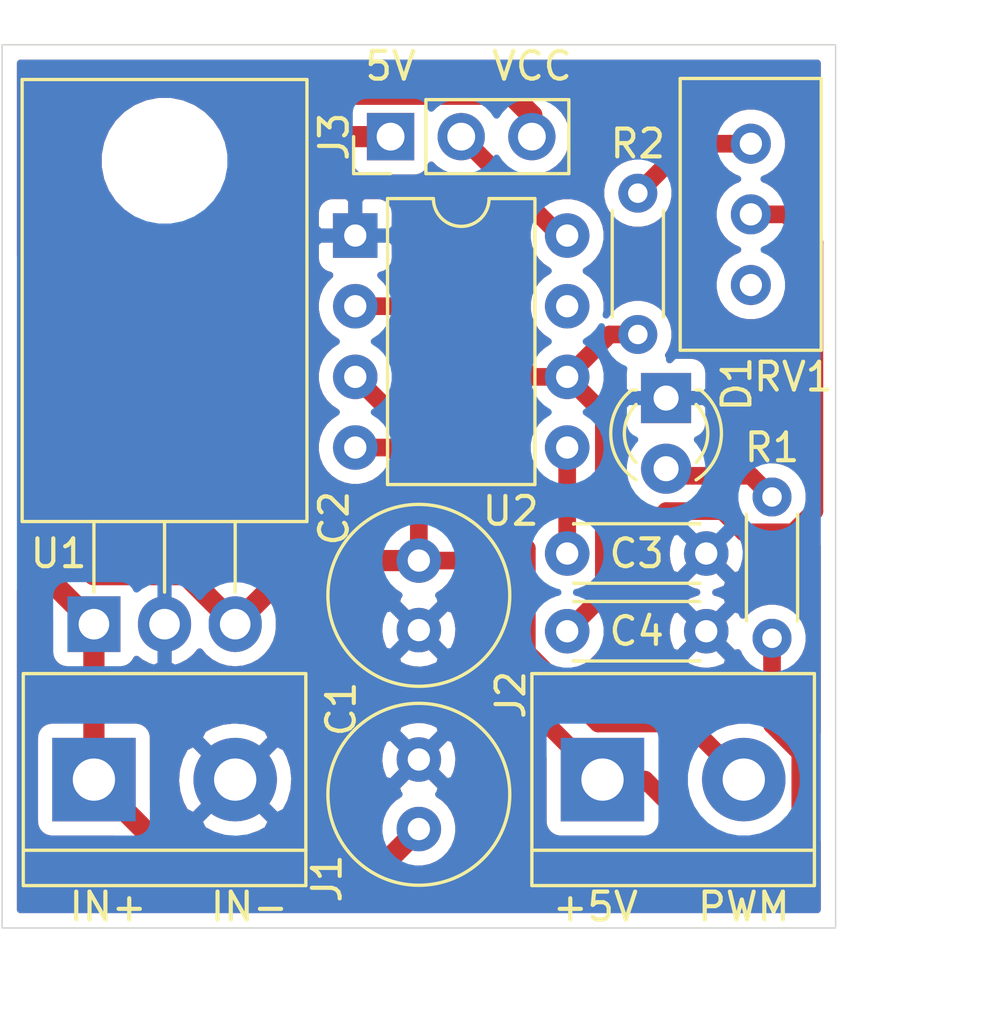
<source format=kicad_pcb>
(kicad_pcb (version 20171130) (host pcbnew "(5.1.7)-1")

  (general
    (thickness 1.6)
    (drawings 12)
    (tracks 74)
    (zones 0)
    (modules 13)
    (nets 12)
  )

  (page A4)
  (layers
    (0 F.Cu signal)
    (31 B.Cu signal)
    (32 B.Adhes user)
    (33 F.Adhes user)
    (34 B.Paste user)
    (35 F.Paste user)
    (36 B.SilkS user)
    (37 F.SilkS user)
    (38 B.Mask user)
    (39 F.Mask user)
    (40 Dwgs.User user)
    (41 Cmts.User user)
    (42 Eco1.User user)
    (43 Eco2.User user)
    (44 Edge.Cuts user)
    (45 Margin user)
    (46 B.CrtYd user)
    (47 F.CrtYd user)
    (48 B.Fab user)
    (49 F.Fab user)
  )

  (setup
    (last_trace_width 0.25)
    (user_trace_width 0.254)
    (user_trace_width 0.635)
    (user_trace_width 0.762)
    (user_trace_width 1.27)
    (trace_clearance 0.2)
    (zone_clearance 0.508)
    (zone_45_only no)
    (trace_min 0.2)
    (via_size 0.8)
    (via_drill 0.4)
    (via_min_size 0.4)
    (via_min_drill 0.3)
    (user_via 4.199999 2.999999)
    (uvia_size 0.3)
    (uvia_drill 0.1)
    (uvias_allowed no)
    (uvia_min_size 0.2)
    (uvia_min_drill 0.1)
    (edge_width 0.05)
    (segment_width 0.2)
    (pcb_text_width 0.3)
    (pcb_text_size 1.5 1.5)
    (mod_edge_width 0.12)
    (mod_text_size 1 1)
    (mod_text_width 0.15)
    (pad_size 2.999999 2.999999)
    (pad_drill 1.52)
    (pad_to_mask_clearance 0)
    (aux_axis_origin 0 0)
    (visible_elements 7FFFFFFF)
    (pcbplotparams
      (layerselection 0x010f0_ffffffff)
      (usegerberextensions false)
      (usegerberattributes true)
      (usegerberadvancedattributes true)
      (creategerberjobfile true)
      (excludeedgelayer true)
      (linewidth 0.100000)
      (plotframeref false)
      (viasonmask false)
      (mode 1)
      (useauxorigin false)
      (hpglpennumber 1)
      (hpglpenspeed 20)
      (hpglpendiameter 15.000000)
      (psnegative false)
      (psa4output false)
      (plotreference true)
      (plotvalue true)
      (plotinvisibletext false)
      (padsonsilk false)
      (subtractmaskfromsilk false)
      (outputformat 1)
      (mirror false)
      (drillshape 0)
      (scaleselection 1)
      (outputdirectory "./"))
  )

  (net 0 "")
  (net 1 GND)
  (net 2 +5V)
  (net 3 "Net-(C3-Pad1)")
  (net 4 "Net-(D1-Pad2)")
  (net 5 "Net-(J2-Pad2)")
  (net 6 VCC)
  (net 7 "Net-(C4-Pad1)")
  (net 8 "Net-(J3-Pad2)")
  (net 9 "Net-(R2-Pad2)")
  (net 10 "Net-(RV1-Pad1)")
  (net 11 "Net-(U2-Pad7)")

  (net_class Default "This is the default net class."
    (clearance 0.2)
    (trace_width 0.25)
    (via_dia 0.8)
    (via_drill 0.4)
    (uvia_dia 0.3)
    (uvia_drill 0.1)
    (add_net +5V)
    (add_net GND)
    (add_net "Net-(C3-Pad1)")
    (add_net "Net-(C4-Pad1)")
    (add_net "Net-(D1-Pad2)")
    (add_net "Net-(J2-Pad2)")
    (add_net "Net-(J3-Pad2)")
    (add_net "Net-(R2-Pad2)")
    (add_net "Net-(RV1-Pad1)")
    (add_net "Net-(U2-Pad7)")
    (add_net VCC)
  )

  (module Package_TO_SOT_THT:TO-220-3_Horizontal_TabDown (layer F.Cu) (tedit 5AC8BA0D) (tstamp 6043E18A)
    (at 30.48 49.276)
    (descr "TO-220-3, Horizontal, RM 2.54mm, see https://www.vishay.com/docs/66542/to-220-1.pdf")
    (tags "TO-220-3 Horizontal RM 2.54mm")
    (path /602EF9F5)
    (fp_text reference U1 (at -1.27 -2.54) (layer F.SilkS)
      (effects (font (size 1 1) (thickness 0.15)))
    )
    (fp_text value L7805 (at 2.54 -8.89) (layer F.Fab)
      (effects (font (size 1 1) (thickness 0.15)))
    )
    (fp_line (start 7.79 -19.71) (end -2.71 -19.71) (layer F.CrtYd) (width 0.05))
    (fp_line (start 7.79 1.25) (end 7.79 -19.71) (layer F.CrtYd) (width 0.05))
    (fp_line (start -2.71 1.25) (end 7.79 1.25) (layer F.CrtYd) (width 0.05))
    (fp_line (start -2.71 -19.71) (end -2.71 1.25) (layer F.CrtYd) (width 0.05))
    (fp_line (start 5.08 -3.69) (end 5.08 -1.15) (layer F.SilkS) (width 0.12))
    (fp_line (start 2.54 -3.69) (end 2.54 -1.15) (layer F.SilkS) (width 0.12))
    (fp_line (start 0 -3.69) (end 0 -1.15) (layer F.SilkS) (width 0.12))
    (fp_line (start 7.66 -19.58) (end 7.66 -3.69) (layer F.SilkS) (width 0.12))
    (fp_line (start -2.58 -19.58) (end -2.58 -3.69) (layer F.SilkS) (width 0.12))
    (fp_line (start -2.58 -19.58) (end 7.66 -19.58) (layer F.SilkS) (width 0.12))
    (fp_line (start -2.58 -3.69) (end 7.66 -3.69) (layer F.SilkS) (width 0.12))
    (fp_line (start 5.08 -3.81) (end 5.08 0) (layer F.Fab) (width 0.1))
    (fp_line (start 2.54 -3.81) (end 2.54 0) (layer F.Fab) (width 0.1))
    (fp_line (start 0 -3.81) (end 0 0) (layer F.Fab) (width 0.1))
    (fp_line (start 7.54 -3.81) (end -2.46 -3.81) (layer F.Fab) (width 0.1))
    (fp_line (start 7.54 -13.06) (end 7.54 -3.81) (layer F.Fab) (width 0.1))
    (fp_line (start -2.46 -13.06) (end 7.54 -13.06) (layer F.Fab) (width 0.1))
    (fp_line (start -2.46 -3.81) (end -2.46 -13.06) (layer F.Fab) (width 0.1))
    (fp_line (start 7.54 -13.06) (end -2.46 -13.06) (layer F.Fab) (width 0.1))
    (fp_line (start 7.54 -19.46) (end 7.54 -13.06) (layer F.Fab) (width 0.1))
    (fp_line (start -2.46 -19.46) (end 7.54 -19.46) (layer F.Fab) (width 0.1))
    (fp_line (start -2.46 -13.06) (end -2.46 -19.46) (layer F.Fab) (width 0.1))
    (fp_circle (center 2.54 -16.66) (end 4.39 -16.66) (layer F.Fab) (width 0.1))
    (fp_text user %R (at -1.27 -18.542) (layer F.Fab)
      (effects (font (size 1 1) (thickness 0.15)))
    )
    (pad "" np_thru_hole oval (at 2.54 -16.66) (size 3.5 3.5) (drill 3.5) (layers *.Cu *.Mask))
    (pad 1 thru_hole rect (at 0 0) (size 1.905 2) (drill 1.1) (layers *.Cu *.Mask)
      (net 6 VCC))
    (pad 2 thru_hole oval (at 2.54 0) (size 1.905 2) (drill 1.1) (layers *.Cu *.Mask)
      (net 1 GND))
    (pad 3 thru_hole oval (at 5.08 0) (size 1.905 2) (drill 1.1) (layers *.Cu *.Mask)
      (net 2 +5V))
    (model ${KISYS3DMOD}/Package_TO_SOT_THT.3dshapes/TO-220-3_Horizontal_TabDown.wrl
      (at (xyz 0 0 0))
      (scale (xyz 1 1 1))
      (rotate (xyz 0 0 0))
    )
  )

  (module Capacitor_THT:C_Radial_D6.3mm_H11.0mm_P2.50mm (layer F.Cu) (tedit 5BC5C9B9) (tstamp 6043DF9D)
    (at 42.164 56.642 90)
    (descr "C, Radial series, Radial, pin pitch=2.50mm, diameter=6.3mm, height=11mm, Non-Polar Electrolytic Capacitor")
    (tags "C Radial series Radial pin pitch 2.50mm diameter 6.3mm height 11mm Non-Polar Electrolytic Capacitor")
    (path /6045B499)
    (fp_text reference C1 (at 4.318 -2.794 90) (layer F.SilkS)
      (effects (font (size 1 1) (thickness 0.15)))
    )
    (fp_text value 100n (at 1.27 1.778 90) (layer F.Fab)
      (effects (font (size 1 1) (thickness 0.15)))
    )
    (fp_circle (center 1.25 0) (end 4.4 0) (layer F.Fab) (width 0.1))
    (fp_circle (center 1.25 0) (end 4.52 0) (layer F.SilkS) (width 0.12))
    (fp_circle (center 1.25 0) (end 4.65 0) (layer F.CrtYd) (width 0.05))
    (fp_text user %R (at 1.25 0 90) (layer F.Fab)
      (effects (font (size 1 1) (thickness 0.15)))
    )
    (pad 1 thru_hole circle (at 0 0 90) (size 1.6 1.6) (drill 0.8) (layers *.Cu *.Mask)
      (net 6 VCC))
    (pad 2 thru_hole circle (at 2.5 0 90) (size 1.6 1.6) (drill 0.8) (layers *.Cu *.Mask)
      (net 1 GND))
    (model ${KISYS3DMOD}/Capacitor_THT.3dshapes/C_Radial_D6.3mm_H11.0mm_P2.50mm.wrl
      (at (xyz 0 0 0))
      (scale (xyz 1 1 1))
      (rotate (xyz 0 0 0))
    )
  )

  (module Capacitor_THT:C_Radial_D6.3mm_H11.0mm_P2.50mm (layer F.Cu) (tedit 5BC5C9B9) (tstamp 6043DF0A)
    (at 42.164 46.99 270)
    (descr "C, Radial series, Radial, pin pitch=2.50mm, diameter=6.3mm, height=11mm, Non-Polar Electrolytic Capacitor")
    (tags "C Radial series Radial pin pitch 2.50mm diameter 6.3mm height 11mm Non-Polar Electrolytic Capacitor")
    (path /602E8B44)
    (fp_text reference C2 (at -1.524 3.048 270) (layer F.SilkS)
      (effects (font (size 1 1) (thickness 0.15)))
    )
    (fp_text value 47n (at 1.27 -1.778 90) (layer F.Fab)
      (effects (font (size 1 1) (thickness 0.15)))
    )
    (fp_circle (center 1.25 0) (end 4.65 0) (layer F.CrtYd) (width 0.05))
    (fp_circle (center 1.25 0) (end 4.52 0) (layer F.SilkS) (width 0.12))
    (fp_circle (center 1.25 0) (end 4.4 0) (layer F.Fab) (width 0.1))
    (fp_text user %R (at 1.25 0 90) (layer F.Fab)
      (effects (font (size 1 1) (thickness 0.15)))
    )
    (pad 2 thru_hole circle (at 2.5 0 270) (size 1.6 1.6) (drill 0.8) (layers *.Cu *.Mask)
      (net 1 GND))
    (pad 1 thru_hole circle (at 0 0 270) (size 1.6 1.6) (drill 0.8) (layers *.Cu *.Mask)
      (net 2 +5V))
    (model ${KISYS3DMOD}/Capacitor_THT.3dshapes/C_Radial_D6.3mm_H11.0mm_P2.50mm.wrl
      (at (xyz 0 0 0))
      (scale (xyz 1 1 1))
      (rotate (xyz 0 0 0))
    )
  )

  (module Capacitor_THT:C_Disc_D4.3mm_W1.9mm_P5.00mm (layer F.Cu) (tedit 5AE50EF0) (tstamp 6043E0BC)
    (at 47.498 46.736)
    (descr "C, Disc series, Radial, pin pitch=5.00mm, , diameter*width=4.3*1.9mm^2, Capacitor, http://www.vishay.com/docs/45233/krseries.pdf")
    (tags "C Disc series Radial pin pitch 5.00mm  diameter 4.3mm width 1.9mm Capacitor")
    (path /60439EC9)
    (fp_text reference C3 (at 2.5 0) (layer F.SilkS)
      (effects (font (size 1 1) (thickness 0.15)))
    )
    (fp_text value 0.1u (at 2.5 0) (layer F.Fab)
      (effects (font (size 1 1) (thickness 0.15)))
    )
    (fp_line (start 6.05 -1.2) (end -1.05 -1.2) (layer F.CrtYd) (width 0.05))
    (fp_line (start 6.05 1.2) (end 6.05 -1.2) (layer F.CrtYd) (width 0.05))
    (fp_line (start -1.05 1.2) (end 6.05 1.2) (layer F.CrtYd) (width 0.05))
    (fp_line (start -1.05 -1.2) (end -1.05 1.2) (layer F.CrtYd) (width 0.05))
    (fp_line (start 4.77 1.055) (end 4.77 1.07) (layer F.SilkS) (width 0.12))
    (fp_line (start 4.77 -1.07) (end 4.77 -1.055) (layer F.SilkS) (width 0.12))
    (fp_line (start 0.23 1.055) (end 0.23 1.07) (layer F.SilkS) (width 0.12))
    (fp_line (start 0.23 -1.07) (end 0.23 -1.055) (layer F.SilkS) (width 0.12))
    (fp_line (start 0.23 1.07) (end 4.77 1.07) (layer F.SilkS) (width 0.12))
    (fp_line (start 0.23 -1.07) (end 4.77 -1.07) (layer F.SilkS) (width 0.12))
    (fp_line (start 4.65 -0.95) (end 0.35 -0.95) (layer F.Fab) (width 0.1))
    (fp_line (start 4.65 0.95) (end 4.65 -0.95) (layer F.Fab) (width 0.1))
    (fp_line (start 0.35 0.95) (end 4.65 0.95) (layer F.Fab) (width 0.1))
    (fp_line (start 0.35 -0.95) (end 0.35 0.95) (layer F.Fab) (width 0.1))
    (fp_text user %R (at 2.5 0) (layer F.Fab)
      (effects (font (size 0.86 0.86) (thickness 0.129)))
    )
    (pad 2 thru_hole circle (at 5 0) (size 1.6 1.6) (drill 0.8) (layers *.Cu *.Mask)
      (net 1 GND))
    (pad 1 thru_hole circle (at 0 0) (size 1.6 1.6) (drill 0.8) (layers *.Cu *.Mask)
      (net 3 "Net-(C3-Pad1)"))
    (model ${KISYS3DMOD}/Capacitor_THT.3dshapes/C_Disc_D4.3mm_W1.9mm_P5.00mm.wrl
      (at (xyz 0 0 0))
      (scale (xyz 1 1 1))
      (rotate (xyz 0 0 0))
    )
  )

  (module Capacitor_THT:C_Disc_D4.3mm_W1.9mm_P5.00mm (layer F.Cu) (tedit 5AE50EF0) (tstamp 6043DED9)
    (at 47.498 49.53)
    (descr "C, Disc series, Radial, pin pitch=5.00mm, , diameter*width=4.3*1.9mm^2, Capacitor, http://www.vishay.com/docs/45233/krseries.pdf")
    (tags "C Disc series Radial pin pitch 5.00mm  diameter 4.3mm width 1.9mm Capacitor")
    (path /60439EC3)
    (fp_text reference C4 (at 2.5 0) (layer F.SilkS)
      (effects (font (size 1 1) (thickness 0.15)))
    )
    (fp_text value 10n (at 2.5 0) (layer F.Fab)
      (effects (font (size 1 1) (thickness 0.15)))
    )
    (fp_line (start 0.35 -0.95) (end 0.35 0.95) (layer F.Fab) (width 0.1))
    (fp_line (start 0.35 0.95) (end 4.65 0.95) (layer F.Fab) (width 0.1))
    (fp_line (start 4.65 0.95) (end 4.65 -0.95) (layer F.Fab) (width 0.1))
    (fp_line (start 4.65 -0.95) (end 0.35 -0.95) (layer F.Fab) (width 0.1))
    (fp_line (start 0.23 -1.07) (end 4.77 -1.07) (layer F.SilkS) (width 0.12))
    (fp_line (start 0.23 1.07) (end 4.77 1.07) (layer F.SilkS) (width 0.12))
    (fp_line (start 0.23 -1.07) (end 0.23 -1.055) (layer F.SilkS) (width 0.12))
    (fp_line (start 0.23 1.055) (end 0.23 1.07) (layer F.SilkS) (width 0.12))
    (fp_line (start 4.77 -1.07) (end 4.77 -1.055) (layer F.SilkS) (width 0.12))
    (fp_line (start 4.77 1.055) (end 4.77 1.07) (layer F.SilkS) (width 0.12))
    (fp_line (start -1.05 -1.2) (end -1.05 1.2) (layer F.CrtYd) (width 0.05))
    (fp_line (start -1.05 1.2) (end 6.05 1.2) (layer F.CrtYd) (width 0.05))
    (fp_line (start 6.05 1.2) (end 6.05 -1.2) (layer F.CrtYd) (width 0.05))
    (fp_line (start 6.05 -1.2) (end -1.05 -1.2) (layer F.CrtYd) (width 0.05))
    (fp_text user %R (at 2.5 0) (layer F.Fab)
      (effects (font (size 0.86 0.86) (thickness 0.129)))
    )
    (pad 1 thru_hole circle (at 0 0) (size 1.6 1.6) (drill 0.8) (layers *.Cu *.Mask)
      (net 7 "Net-(C4-Pad1)"))
    (pad 2 thru_hole circle (at 5 0) (size 1.6 1.6) (drill 0.8) (layers *.Cu *.Mask)
      (net 1 GND))
    (model ${KISYS3DMOD}/Capacitor_THT.3dshapes/C_Disc_D4.3mm_W1.9mm_P5.00mm.wrl
      (at (xyz 0 0 0))
      (scale (xyz 1 1 1))
      (rotate (xyz 0 0 0))
    )
  )

  (module LED_THT:LED_D3.0mm (layer F.Cu) (tedit 587A3A7B) (tstamp 6043DFF7)
    (at 51.054 41.148 270)
    (descr "LED, diameter 3.0mm, 2 pins")
    (tags "LED diameter 3.0mm 2 pins")
    (path /6045B487)
    (fp_text reference D1 (at -0.508 -2.54 270) (layer F.SilkS)
      (effects (font (size 1 1) (thickness 0.15)))
    )
    (fp_text value "PWR LED GREEN" (at 4.318 -6.858 270) (layer F.Fab) hide
      (effects (font (size 1 1) (thickness 0.15)))
    )
    (fp_circle (center 1.27 0) (end 2.77 0) (layer F.Fab) (width 0.1))
    (fp_line (start -0.23 -1.16619) (end -0.23 1.16619) (layer F.Fab) (width 0.1))
    (fp_line (start -0.29 -1.236) (end -0.29 -1.08) (layer F.SilkS) (width 0.12))
    (fp_line (start -0.29 1.08) (end -0.29 1.236) (layer F.SilkS) (width 0.12))
    (fp_line (start -1.15 -2.25) (end -1.15 2.25) (layer F.CrtYd) (width 0.05))
    (fp_line (start -1.15 2.25) (end 3.7 2.25) (layer F.CrtYd) (width 0.05))
    (fp_line (start 3.7 2.25) (end 3.7 -2.25) (layer F.CrtYd) (width 0.05))
    (fp_line (start 3.7 -2.25) (end -1.15 -2.25) (layer F.CrtYd) (width 0.05))
    (fp_arc (start 1.27 0) (end -0.23 -1.16619) (angle 284.3) (layer F.Fab) (width 0.1))
    (fp_arc (start 1.27 0) (end -0.29 -1.235516) (angle 108.8) (layer F.SilkS) (width 0.12))
    (fp_arc (start 1.27 0) (end -0.29 1.235516) (angle -108.8) (layer F.SilkS) (width 0.12))
    (fp_arc (start 1.27 0) (end 0.229039 -1.08) (angle 87.9) (layer F.SilkS) (width 0.12))
    (fp_arc (start 1.27 0) (end 0.229039 1.08) (angle -87.9) (layer F.SilkS) (width 0.12))
    (pad 1 thru_hole rect (at 0 0 270) (size 1.8 1.8) (drill 0.9) (layers *.Cu *.Mask)
      (net 1 GND))
    (pad 2 thru_hole circle (at 2.54 0 270) (size 1.8 1.8) (drill 0.9) (layers *.Cu *.Mask)
      (net 4 "Net-(D1-Pad2)"))
    (model ${KISYS3DMOD}/LED_THT.3dshapes/LED_D3.0mm.wrl
      (at (xyz 0 0 0))
      (scale (xyz 1 1 1))
      (rotate (xyz 0 0 0))
    )
  )

  (module TerminalBlock:TerminalBlock_bornier-2_P5.08mm (layer F.Cu) (tedit 59FF03AB) (tstamp 6043E13A)
    (at 30.48 54.864)
    (descr "simple 2-pin terminal block, pitch 5.08mm, revamped version of bornier2")
    (tags "terminal block bornier2")
    (path /6045B4DD)
    (fp_text reference J1 (at 8.382 3.556 90) (layer F.SilkS)
      (effects (font (size 1 1) (thickness 0.15)))
    )
    (fp_text value PWR_in (at 2.54 5.08) (layer F.Fab)
      (effects (font (size 1 1) (thickness 0.15)))
    )
    (fp_line (start 7.79 4) (end -2.71 4) (layer F.CrtYd) (width 0.05))
    (fp_line (start 7.79 4) (end 7.79 -4) (layer F.CrtYd) (width 0.05))
    (fp_line (start -2.71 -4) (end -2.71 4) (layer F.CrtYd) (width 0.05))
    (fp_line (start -2.71 -4) (end 7.79 -4) (layer F.CrtYd) (width 0.05))
    (fp_line (start -2.54 3.81) (end 7.62 3.81) (layer F.SilkS) (width 0.12))
    (fp_line (start -2.54 -3.81) (end -2.54 3.81) (layer F.SilkS) (width 0.12))
    (fp_line (start 7.62 -3.81) (end -2.54 -3.81) (layer F.SilkS) (width 0.12))
    (fp_line (start 7.62 3.81) (end 7.62 -3.81) (layer F.SilkS) (width 0.12))
    (fp_line (start 7.62 2.54) (end -2.54 2.54) (layer F.SilkS) (width 0.12))
    (fp_line (start 7.54 -3.75) (end -2.46 -3.75) (layer F.Fab) (width 0.1))
    (fp_line (start 7.54 3.75) (end 7.54 -3.75) (layer F.Fab) (width 0.1))
    (fp_line (start -2.46 3.75) (end 7.54 3.75) (layer F.Fab) (width 0.1))
    (fp_line (start -2.46 -3.75) (end -2.46 3.75) (layer F.Fab) (width 0.1))
    (fp_line (start -2.41 2.55) (end 7.49 2.55) (layer F.Fab) (width 0.1))
    (fp_text user %R (at 2.54 0) (layer F.Fab)
      (effects (font (size 1 1) (thickness 0.15)))
    )
    (pad 2 thru_hole circle (at 5.08 0) (size 3 3) (drill 1.52) (layers *.Cu *.Mask)
      (net 1 GND))
    (pad 1 thru_hole rect (at 0 0) (size 3 3) (drill 1.52) (layers *.Cu *.Mask)
      (net 6 VCC))
    (model ${KISYS3DMOD}/TerminalBlock.3dshapes/TerminalBlock_bornier-2_P5.08mm.wrl
      (offset (xyz 2.539999961853027 0 0))
      (scale (xyz 1 1 1))
      (rotate (xyz 0 0 0))
    )
  )

  (module TerminalBlock:TerminalBlock_bornier-2_P5.08mm (layer F.Cu) (tedit 59FF03AB) (tstamp 6043E080)
    (at 48.768 54.864)
    (descr "simple 2-pin terminal block, pitch 5.08mm, revamped version of bornier2")
    (tags "terminal block bornier2")
    (path /60439EAB)
    (fp_text reference J2 (at -3.302 -3.048 90) (layer F.SilkS)
      (effects (font (size 1 1) (thickness 0.15)))
    )
    (fp_text value "OUT 5V & PWM" (at 2.54 5.08) (layer F.Fab)
      (effects (font (size 1 1) (thickness 0.15)))
    )
    (fp_line (start -2.41 2.55) (end 7.49 2.55) (layer F.Fab) (width 0.1))
    (fp_line (start -2.46 -3.75) (end -2.46 3.75) (layer F.Fab) (width 0.1))
    (fp_line (start -2.46 3.75) (end 7.54 3.75) (layer F.Fab) (width 0.1))
    (fp_line (start 7.54 3.75) (end 7.54 -3.75) (layer F.Fab) (width 0.1))
    (fp_line (start 7.54 -3.75) (end -2.46 -3.75) (layer F.Fab) (width 0.1))
    (fp_line (start 7.62 2.54) (end -2.54 2.54) (layer F.SilkS) (width 0.12))
    (fp_line (start 7.62 3.81) (end 7.62 -3.81) (layer F.SilkS) (width 0.12))
    (fp_line (start 7.62 -3.81) (end -2.54 -3.81) (layer F.SilkS) (width 0.12))
    (fp_line (start -2.54 -3.81) (end -2.54 3.81) (layer F.SilkS) (width 0.12))
    (fp_line (start -2.54 3.81) (end 7.62 3.81) (layer F.SilkS) (width 0.12))
    (fp_line (start -2.71 -4) (end 7.79 -4) (layer F.CrtYd) (width 0.05))
    (fp_line (start -2.71 -4) (end -2.71 4) (layer F.CrtYd) (width 0.05))
    (fp_line (start 7.79 4) (end 7.79 -4) (layer F.CrtYd) (width 0.05))
    (fp_line (start 7.79 4) (end -2.71 4) (layer F.CrtYd) (width 0.05))
    (fp_text user %R (at 2.54 0) (layer F.Fab)
      (effects (font (size 1 1) (thickness 0.15)))
    )
    (pad 1 thru_hole rect (at 0 0) (size 3 3) (drill 1.52) (layers *.Cu *.Mask)
      (net 2 +5V))
    (pad 2 thru_hole circle (at 5.08 0) (size 3 3) (drill 1.52) (layers *.Cu *.Mask)
      (net 5 "Net-(J2-Pad2)"))
    (model ${KISYS3DMOD}/TerminalBlock.3dshapes/TerminalBlock_bornier-2_P5.08mm.wrl
      (offset (xyz 2.539999961853027 0 0))
      (scale (xyz 1 1 1))
      (rotate (xyz 0 0 0))
    )
  )

  (module Connector_PinHeader_2.54mm:PinHeader_1x03_P2.54mm_Vertical (layer F.Cu) (tedit 59FED5CC) (tstamp 6043DF32)
    (at 41.148 31.75 90)
    (descr "Through hole straight pin header, 1x03, 2.54mm pitch, single row")
    (tags "Through hole pin header THT 1x03 2.54mm single row")
    (path /60447197)
    (fp_text reference J3 (at 0 -2.032 90) (layer F.SilkS)
      (effects (font (size 1 1) (thickness 0.15)))
    )
    (fp_text value Conn_01x03_Male (at 4.064 2.794 180) (layer F.Fab)
      (effects (font (size 1 1) (thickness 0.15)))
    )
    (fp_line (start -0.635 -1.27) (end 1.27 -1.27) (layer F.Fab) (width 0.1))
    (fp_line (start 1.27 -1.27) (end 1.27 6.35) (layer F.Fab) (width 0.1))
    (fp_line (start 1.27 6.35) (end -1.27 6.35) (layer F.Fab) (width 0.1))
    (fp_line (start -1.27 6.35) (end -1.27 -0.635) (layer F.Fab) (width 0.1))
    (fp_line (start -1.27 -0.635) (end -0.635 -1.27) (layer F.Fab) (width 0.1))
    (fp_line (start -1.33 6.41) (end 1.33 6.41) (layer F.SilkS) (width 0.12))
    (fp_line (start -1.33 1.27) (end -1.33 6.41) (layer F.SilkS) (width 0.12))
    (fp_line (start 1.33 1.27) (end 1.33 6.41) (layer F.SilkS) (width 0.12))
    (fp_line (start -1.33 1.27) (end 1.33 1.27) (layer F.SilkS) (width 0.12))
    (fp_line (start -1.33 0) (end -1.33 -1.33) (layer F.SilkS) (width 0.12))
    (fp_line (start -1.33 -1.33) (end 0 -1.33) (layer F.SilkS) (width 0.12))
    (fp_line (start -1.8 -1.8) (end -1.8 6.85) (layer F.CrtYd) (width 0.05))
    (fp_line (start -1.8 6.85) (end 1.8 6.85) (layer F.CrtYd) (width 0.05))
    (fp_line (start 1.8 6.85) (end 1.8 -1.8) (layer F.CrtYd) (width 0.05))
    (fp_line (start 1.8 -1.8) (end -1.8 -1.8) (layer F.CrtYd) (width 0.05))
    (fp_text user %R (at 0 2.54) (layer F.Fab)
      (effects (font (size 1 1) (thickness 0.15)))
    )
    (pad 1 thru_hole rect (at 0 0 90) (size 1.7 1.7) (drill 1) (layers *.Cu *.Mask)
      (net 2 +5V))
    (pad 2 thru_hole oval (at 0 2.54 90) (size 1.7 1.7) (drill 1) (layers *.Cu *.Mask)
      (net 8 "Net-(J3-Pad2)"))
    (pad 3 thru_hole oval (at 0 5.08 90) (size 1.7 1.7) (drill 1) (layers *.Cu *.Mask)
      (net 6 VCC))
    (model ${KISYS3DMOD}/Connector_PinHeader_2.54mm.3dshapes/PinHeader_1x03_P2.54mm_Vertical.wrl
      (at (xyz 0 0 0))
      (scale (xyz 1 1 1))
      (rotate (xyz 0 0 0))
    )
  )

  (module Resistor_THT:R_Axial_DIN0204_L3.6mm_D1.6mm_P5.08mm_Horizontal (layer F.Cu) (tedit 5AE5139B) (tstamp 6043DFC1)
    (at 54.864 49.784 90)
    (descr "Resistor, Axial_DIN0204 series, Axial, Horizontal, pin pitch=5.08mm, 0.167W, length*diameter=3.6*1.6mm^2, http://cdn-reichelt.de/documents/datenblatt/B400/1_4W%23YAG.pdf")
    (tags "Resistor Axial_DIN0204 series Axial Horizontal pin pitch 5.08mm 0.167W length 3.6mm diameter 1.6mm")
    (path /6045B48D)
    (fp_text reference R1 (at 6.858 0 180) (layer F.SilkS)
      (effects (font (size 1 1) (thickness 0.15)))
    )
    (fp_text value 80 (at 2.54 0 90) (layer F.Fab)
      (effects (font (size 1 1) (thickness 0.15)))
    )
    (fp_line (start 6.03 -1.05) (end -0.95 -1.05) (layer F.CrtYd) (width 0.05))
    (fp_line (start 6.03 1.05) (end 6.03 -1.05) (layer F.CrtYd) (width 0.05))
    (fp_line (start -0.95 1.05) (end 6.03 1.05) (layer F.CrtYd) (width 0.05))
    (fp_line (start -0.95 -1.05) (end -0.95 1.05) (layer F.CrtYd) (width 0.05))
    (fp_line (start 0.62 0.92) (end 4.46 0.92) (layer F.SilkS) (width 0.12))
    (fp_line (start 0.62 -0.92) (end 4.46 -0.92) (layer F.SilkS) (width 0.12))
    (fp_line (start 5.08 0) (end 4.34 0) (layer F.Fab) (width 0.1))
    (fp_line (start 0 0) (end 0.74 0) (layer F.Fab) (width 0.1))
    (fp_line (start 4.34 -0.8) (end 0.74 -0.8) (layer F.Fab) (width 0.1))
    (fp_line (start 4.34 0.8) (end 4.34 -0.8) (layer F.Fab) (width 0.1))
    (fp_line (start 0.74 0.8) (end 4.34 0.8) (layer F.Fab) (width 0.1))
    (fp_line (start 0.74 -0.8) (end 0.74 0.8) (layer F.Fab) (width 0.1))
    (fp_text user %R (at 2.54 0 90) (layer F.Fab)
      (effects (font (size 0.72 0.72) (thickness 0.108)))
    )
    (pad 2 thru_hole oval (at 5.08 0 90) (size 1.4 1.4) (drill 0.7) (layers *.Cu *.Mask)
      (net 4 "Net-(D1-Pad2)"))
    (pad 1 thru_hole circle (at 0 0 90) (size 1.4 1.4) (drill 0.7) (layers *.Cu *.Mask)
      (net 2 +5V))
    (model ${KISYS3DMOD}/Resistor_THT.3dshapes/R_Axial_DIN0204_L3.6mm_D1.6mm_P5.08mm_Horizontal.wrl
      (at (xyz 0 0 0))
      (scale (xyz 1 1 1))
      (rotate (xyz 0 0 0))
    )
  )

  (module Resistor_THT:R_Axial_DIN0204_L3.6mm_D1.6mm_P5.08mm_Horizontal (layer F.Cu) (tedit 5AE5139B) (tstamp 6043DF70)
    (at 50.038 38.862 90)
    (descr "Resistor, Axial_DIN0204 series, Axial, Horizontal, pin pitch=5.08mm, 0.167W, length*diameter=3.6*1.6mm^2, http://cdn-reichelt.de/documents/datenblatt/B400/1_4W%23YAG.pdf")
    (tags "Resistor Axial_DIN0204 series Axial Horizontal pin pitch 5.08mm 0.167W length 3.6mm diameter 1.6mm")
    (path /60460C8D)
    (fp_text reference R2 (at 6.858 0 180) (layer F.SilkS)
      (effects (font (size 1 1) (thickness 0.15)))
    )
    (fp_text value 10k (at 2.54 0 90) (layer F.Fab)
      (effects (font (size 1 1) (thickness 0.15)))
    )
    (fp_line (start 0.74 -0.8) (end 0.74 0.8) (layer F.Fab) (width 0.1))
    (fp_line (start 0.74 0.8) (end 4.34 0.8) (layer F.Fab) (width 0.1))
    (fp_line (start 4.34 0.8) (end 4.34 -0.8) (layer F.Fab) (width 0.1))
    (fp_line (start 4.34 -0.8) (end 0.74 -0.8) (layer F.Fab) (width 0.1))
    (fp_line (start 0 0) (end 0.74 0) (layer F.Fab) (width 0.1))
    (fp_line (start 5.08 0) (end 4.34 0) (layer F.Fab) (width 0.1))
    (fp_line (start 0.62 -0.92) (end 4.46 -0.92) (layer F.SilkS) (width 0.12))
    (fp_line (start 0.62 0.92) (end 4.46 0.92) (layer F.SilkS) (width 0.12))
    (fp_line (start -0.95 -1.05) (end -0.95 1.05) (layer F.CrtYd) (width 0.05))
    (fp_line (start -0.95 1.05) (end 6.03 1.05) (layer F.CrtYd) (width 0.05))
    (fp_line (start 6.03 1.05) (end 6.03 -1.05) (layer F.CrtYd) (width 0.05))
    (fp_line (start 6.03 -1.05) (end -0.95 -1.05) (layer F.CrtYd) (width 0.05))
    (fp_text user %R (at 2.54 0 90) (layer F.Fab)
      (effects (font (size 0.72 0.72) (thickness 0.108)))
    )
    (pad 1 thru_hole circle (at 0 0 90) (size 1.4 1.4) (drill 0.7) (layers *.Cu *.Mask)
      (net 7 "Net-(C4-Pad1)"))
    (pad 2 thru_hole oval (at 5.08 0 90) (size 1.4 1.4) (drill 0.7) (layers *.Cu *.Mask)
      (net 9 "Net-(R2-Pad2)"))
    (model ${KISYS3DMOD}/Resistor_THT.3dshapes/R_Axial_DIN0204_L3.6mm_D1.6mm_P5.08mm_Horizontal.wrl
      (at (xyz 0 0 0))
      (scale (xyz 1 1 1))
      (rotate (xyz 0 0 0))
    )
  )

  (module Potentiometer_THT:Potentiometer_Bourns_3296W_Vertical (layer F.Cu) (tedit 5A3D4994) (tstamp 6043E0FA)
    (at 54.102 37.084 270)
    (descr "Potentiometer, vertical, Bourns 3296W, https://www.bourns.com/pdfs/3296.pdf")
    (tags "Potentiometer vertical Bourns 3296W")
    (path /60439F03)
    (fp_text reference RV1 (at 3.302 -1.524) (layer F.SilkS)
      (effects (font (size 1 1) (thickness 0.15)))
    )
    (fp_text value 5Meg (at -2.54 1.524 90) (layer F.Fab)
      (effects (font (size 1 1) (thickness 0.15)))
    )
    (fp_circle (center 0.955 1.15) (end 2.05 1.15) (layer F.Fab) (width 0.1))
    (fp_line (start -7.305 -2.41) (end -7.305 2.42) (layer F.Fab) (width 0.1))
    (fp_line (start -7.305 2.42) (end 2.225 2.42) (layer F.Fab) (width 0.1))
    (fp_line (start 2.225 2.42) (end 2.225 -2.41) (layer F.Fab) (width 0.1))
    (fp_line (start 2.225 -2.41) (end -7.305 -2.41) (layer F.Fab) (width 0.1))
    (fp_line (start 0.955 2.235) (end 0.956 0.066) (layer F.Fab) (width 0.1))
    (fp_line (start 0.955 2.235) (end 0.956 0.066) (layer F.Fab) (width 0.1))
    (fp_line (start -7.425 -2.53) (end 2.345 -2.53) (layer F.SilkS) (width 0.12))
    (fp_line (start -7.425 2.54) (end 2.345 2.54) (layer F.SilkS) (width 0.12))
    (fp_line (start -7.425 -2.53) (end -7.425 2.54) (layer F.SilkS) (width 0.12))
    (fp_line (start 2.345 -2.53) (end 2.345 2.54) (layer F.SilkS) (width 0.12))
    (fp_line (start -7.6 -2.7) (end -7.6 2.7) (layer F.CrtYd) (width 0.05))
    (fp_line (start -7.6 2.7) (end 2.5 2.7) (layer F.CrtYd) (width 0.05))
    (fp_line (start 2.5 2.7) (end 2.5 -2.7) (layer F.CrtYd) (width 0.05))
    (fp_line (start 2.5 -2.7) (end -7.6 -2.7) (layer F.CrtYd) (width 0.05))
    (fp_text user %R (at -5.842 -1.778 90) (layer F.Fab)
      (effects (font (size 1 1) (thickness 0.15)))
    )
    (pad 1 thru_hole circle (at 0 0 270) (size 1.44 1.44) (drill 0.8) (layers *.Cu *.Mask)
      (net 10 "Net-(RV1-Pad1)"))
    (pad 2 thru_hole circle (at -2.54 0 270) (size 1.44 1.44) (drill 0.8) (layers *.Cu *.Mask)
      (net 5 "Net-(J2-Pad2)"))
    (pad 3 thru_hole circle (at -5.08 0 270) (size 1.44 1.44) (drill 0.8) (layers *.Cu *.Mask)
      (net 9 "Net-(R2-Pad2)"))
    (model ${KISYS3DMOD}/Potentiometer_THT.3dshapes/Potentiometer_Bourns_3296W_Vertical.wrl
      (at (xyz 0 0 0))
      (scale (xyz 1 1 1))
      (rotate (xyz 0 0 0))
    )
  )

  (module Package_DIP:DIP-8_W7.62mm (layer F.Cu) (tedit 5A02E8C5) (tstamp 6043E036)
    (at 39.878 35.306)
    (descr "8-lead though-hole mounted DIP package, row spacing 7.62 mm (300 mils)")
    (tags "THT DIP DIL PDIP 2.54mm 7.62mm 300mil")
    (path /60439ECF)
    (fp_text reference U2 (at 5.588 9.906) (layer F.SilkS)
      (effects (font (size 1 1) (thickness 0.15)))
    )
    (fp_text value NE555P (at 3.81 8.128) (layer F.Fab)
      (effects (font (size 1 1) (thickness 0.15)))
    )
    (fp_line (start 1.635 -1.27) (end 6.985 -1.27) (layer F.Fab) (width 0.1))
    (fp_line (start 6.985 -1.27) (end 6.985 8.89) (layer F.Fab) (width 0.1))
    (fp_line (start 6.985 8.89) (end 0.635 8.89) (layer F.Fab) (width 0.1))
    (fp_line (start 0.635 8.89) (end 0.635 -0.27) (layer F.Fab) (width 0.1))
    (fp_line (start 0.635 -0.27) (end 1.635 -1.27) (layer F.Fab) (width 0.1))
    (fp_line (start 2.81 -1.33) (end 1.16 -1.33) (layer F.SilkS) (width 0.12))
    (fp_line (start 1.16 -1.33) (end 1.16 8.95) (layer F.SilkS) (width 0.12))
    (fp_line (start 1.16 8.95) (end 6.46 8.95) (layer F.SilkS) (width 0.12))
    (fp_line (start 6.46 8.95) (end 6.46 -1.33) (layer F.SilkS) (width 0.12))
    (fp_line (start 6.46 -1.33) (end 4.81 -1.33) (layer F.SilkS) (width 0.12))
    (fp_line (start -1.1 -1.55) (end -1.1 9.15) (layer F.CrtYd) (width 0.05))
    (fp_line (start -1.1 9.15) (end 8.7 9.15) (layer F.CrtYd) (width 0.05))
    (fp_line (start 8.7 9.15) (end 8.7 -1.55) (layer F.CrtYd) (width 0.05))
    (fp_line (start 8.7 -1.55) (end -1.1 -1.55) (layer F.CrtYd) (width 0.05))
    (fp_arc (start 3.81 -1.33) (end 2.81 -1.33) (angle -180) (layer F.SilkS) (width 0.12))
    (fp_text user %R (at 3.81 3.81) (layer F.Fab)
      (effects (font (size 1 1) (thickness 0.15)))
    )
    (pad 1 thru_hole rect (at 0 0) (size 1.6 1.6) (drill 0.8) (layers *.Cu *.Mask)
      (net 1 GND))
    (pad 5 thru_hole oval (at 7.62 7.62) (size 1.6 1.6) (drill 0.8) (layers *.Cu *.Mask)
      (net 3 "Net-(C3-Pad1)"))
    (pad 2 thru_hole oval (at 0 2.54) (size 1.6 1.6) (drill 0.8) (layers *.Cu *.Mask)
      (net 7 "Net-(C4-Pad1)"))
    (pad 6 thru_hole oval (at 7.62 5.08) (size 1.6 1.6) (drill 0.8) (layers *.Cu *.Mask)
      (net 7 "Net-(C4-Pad1)"))
    (pad 3 thru_hole oval (at 0 5.08) (size 1.6 1.6) (drill 0.8) (layers *.Cu *.Mask)
      (net 5 "Net-(J2-Pad2)"))
    (pad 7 thru_hole oval (at 7.62 2.54) (size 1.6 1.6) (drill 0.8) (layers *.Cu *.Mask)
      (net 11 "Net-(U2-Pad7)"))
    (pad 4 thru_hole oval (at 0 7.62) (size 1.6 1.6) (drill 0.8) (layers *.Cu *.Mask)
      (net 2 +5V))
    (pad 8 thru_hole oval (at 7.62 0) (size 1.6 1.6) (drill 0.8) (layers *.Cu *.Mask)
      (net 8 "Net-(J3-Pad2)"))
    (model ${KISYS3DMOD}/Package_DIP.3dshapes/DIP-8_W7.62mm.wrl
      (at (xyz 0 0 0))
      (scale (xyz 1 1 1))
      (rotate (xyz 0 0 0))
    )
  )

  (gr_text VCC (at 46.228 29.21) (layer F.SilkS) (tstamp 6043E1D8)
    (effects (font (size 1 1) (thickness 0.15)))
  )
  (gr_text 5V (at 41.148 29.21) (layer F.SilkS) (tstamp 6043E1D5)
    (effects (font (size 1 1) (thickness 0.15)))
  )
  (dimension 29.972 (width 0.15) (layer Dwgs.User) (tstamp 6043E209)
    (gr_text "29.972 mm" (at 42.164 64.292) (layer Dwgs.User) (tstamp 6043E209)
      (effects (font (size 1 1) (thickness 0.15)))
    )
    (feature1 (pts (xy 27.178 60.198) (xy 27.178 63.578421)))
    (feature2 (pts (xy 57.15 60.198) (xy 57.15 63.578421)))
    (crossbar (pts (xy 57.15 62.992) (xy 27.178 62.992)))
    (arrow1a (pts (xy 27.178 62.992) (xy 28.304504 62.405579)))
    (arrow1b (pts (xy 27.178 62.992) (xy 28.304504 63.578421)))
    (arrow2a (pts (xy 57.15 62.992) (xy 56.023496 62.405579)))
    (arrow2b (pts (xy 57.15 62.992) (xy 56.023496 63.578421)))
  )
  (dimension 31.75 (width 0.15) (layer Dwgs.User) (tstamp 6043E212)
    (gr_text "31.750 mm" (at 62.006 44.323 270) (layer Dwgs.User) (tstamp 6043E212)
      (effects (font (size 1 1) (thickness 0.15)))
    )
    (feature1 (pts (xy 57.15 60.198) (xy 61.292421 60.198)))
    (feature2 (pts (xy 57.15 28.448) (xy 61.292421 28.448)))
    (crossbar (pts (xy 60.706 28.448) (xy 60.706 60.198)))
    (arrow1a (pts (xy 60.706 60.198) (xy 60.119579 59.071496)))
    (arrow1b (pts (xy 60.706 60.198) (xy 61.292421 59.071496)))
    (arrow2a (pts (xy 60.706 28.448) (xy 60.119579 29.574504)))
    (arrow2b (pts (xy 60.706 28.448) (xy 61.292421 29.574504)))
  )
  (gr_line (start 27.178 28.448) (end 57.15 28.448) (layer Edge.Cuts) (width 0.05) (tstamp 6043E205))
  (gr_line (start 27.178 60.198) (end 27.178 28.448) (layer Edge.Cuts) (width 0.05) (tstamp 6043E202))
  (gr_line (start 57.15 60.198) (end 27.178 60.198) (layer Edge.Cuts) (width 0.05) (tstamp 6043E20E))
  (gr_line (start 57.15 28.448) (end 57.15 60.198) (layer Edge.Cuts) (width 0.05) (tstamp 6043E1FF))
  (gr_text PWM (at 53.848 59.436) (layer F.SilkS) (tstamp 6043E1CF)
    (effects (font (size 1 1) (thickness 0.15)))
  )
  (gr_text +5V (at 48.514 59.436) (layer F.SilkS) (tstamp 6043E1D2)
    (effects (font (size 1 1) (thickness 0.15)))
  )
  (gr_text IN- (at 36.068 59.436) (layer F.SilkS) (tstamp 6043E1C9)
    (effects (font (size 1 1) (thickness 0.15)))
  )
  (gr_text IN+ (at 30.988 59.436) (layer F.SilkS) (tstamp 6043E1CC)
    (effects (font (size 1 1) (thickness 0.15)))
  )

  (segment (start 41.148 42.926) (end 39.878 42.926) (width 0.635) (layer F.Cu) (net 2) (tstamp 6043DE63))
  (segment (start 42.164 46.99) (end 42.164 43.942) (width 0.635) (layer F.Cu) (net 2) (tstamp 6043DE51))
  (segment (start 42.164 43.942) (end 41.148 42.926) (width 0.635) (layer F.Cu) (net 2) (tstamp 6043DE57))
  (segment (start 34.544 48.26) (end 35.56 49.276) (width 0.762) (layer F.Cu) (net 2) (tstamp 6043E1E4))
  (segment (start 33.782 47.498) (end 34.544 48.26) (width 0.762) (layer F.Cu) (net 2) (tstamp 6043E1E1))
  (segment (start 30.48 47.498) (end 33.782 47.498) (width 0.762) (layer F.Cu) (net 2) (tstamp 6043E1DE))
  (segment (start 29.21 46.228) (end 30.48 47.498) (width 0.762) (layer F.Cu) (net 2) (tstamp 6043E1DB))
  (segment (start 29.21 37.592) (end 29.21 46.228) (width 0.762) (layer F.Cu) (net 2) (tstamp 6043DE54))
  (segment (start 30.226 36.576) (end 29.21 37.592) (width 0.762) (layer F.Cu) (net 2) (tstamp 6043DE60))
  (segment (start 35.814 36.576) (end 30.226 36.576) (width 0.762) (layer F.Cu) (net 2) (tstamp 6043DE5D))
  (segment (start 37.084 35.306) (end 35.814 36.576) (width 0.762) (layer F.Cu) (net 2) (tstamp 6043DE5A))
  (segment (start 37.084 33.274) (end 37.084 35.306) (width 0.762) (layer F.Cu) (net 2) (tstamp 6043DE6C))
  (segment (start 38.608 31.75) (end 37.084 33.274) (width 0.762) (layer F.Cu) (net 2) (tstamp 6043DE69))
  (segment (start 41.148 31.75) (end 38.608 31.75) (width 0.762) (layer F.Cu) (net 2) (tstamp 6043DE66))
  (segment (start 37.846 46.99) (end 42.164 46.99) (width 0.762) (layer F.Cu) (net 2) (tstamp 6043E1F9))
  (segment (start 35.56 49.276) (end 37.846 46.99) (width 0.762) (layer F.Cu) (net 2) (tstamp 6043E1FC))
  (segment (start 45.212 51.308) (end 48.768 54.864) (width 0.635) (layer F.Cu) (net 2) (tstamp 6043DE48))
  (segment (start 45.212 48.26) (end 45.212 51.308) (width 0.635) (layer F.Cu) (net 2) (tstamp 6043DE45))
  (segment (start 43.942 46.99) (end 45.212 48.26) (width 0.635) (layer F.Cu) (net 2) (tstamp 6043DE4E))
  (segment (start 42.164 46.99) (end 43.942 46.99) (width 0.635) (layer F.Cu) (net 2) (tstamp 6043DE3C))
  (segment (start 54.864 52.894098) (end 54.864 49.784) (width 0.635) (layer F.Cu) (net 2) (tstamp 6043DE42))
  (segment (start 55.88 53.910098) (end 54.864 52.894098) (width 0.635) (layer F.Cu) (net 2) (tstamp 6043DE3F))
  (segment (start 55.88 56.388) (end 55.88 53.910098) (width 0.635) (layer F.Cu) (net 2) (tstamp 6043DE39))
  (segment (start 52.832 57.404) (end 54.864 57.404) (width 0.635) (layer F.Cu) (net 2) (tstamp 6043DE36))
  (segment (start 54.864 57.404) (end 55.88 56.388) (width 0.635) (layer F.Cu) (net 2) (tstamp 6043DE33))
  (segment (start 50.292 54.864) (end 52.832 57.404) (width 0.635) (layer F.Cu) (net 2) (tstamp 6043DE30))
  (segment (start 48.768 54.864) (end 50.292 54.864) (width 0.635) (layer F.Cu) (net 2) (tstamp 6043DE2D))
  (segment (start 47.498 46.736) (end 47.498 42.926) (width 0.635) (layer F.Cu) (net 3) (tstamp 6043E1F3))
  (segment (start 54.102 43.942) (end 51.054 43.942) (width 0.635) (layer F.Cu) (net 4) (tstamp 6043E1F6))
  (segment (start 54.864 44.704) (end 54.102 43.942) (width 0.635) (layer F.Cu) (net 4) (tstamp 6043E1E7))
  (segment (start 46.047011 46.555011) (end 39.878 40.386) (width 0.635) (layer F.Cu) (net 5) (tstamp 6043E21D))
  (segment (start 46.047011 50.282913) (end 46.047011 46.555011) (width 0.635) (layer F.Cu) (net 5) (tstamp 6043E21A))
  (segment (start 47.539049 51.774951) (end 46.047011 50.282913) (width 0.635) (layer F.Cu) (net 5) (tstamp 6043E217))
  (segment (start 55.372 34.544) (end 54.102 34.544) (width 0.635) (layer F.Cu) (net 5) (tstamp 6043DEBA))
  (segment (start 56.388 45.212) (end 56.388 35.56) (width 0.635) (layer F.Cu) (net 5) (tstamp 6043DEB1))
  (segment (start 55.626 45.974) (end 56.388 45.212) (width 0.635) (layer F.Cu) (net 5) (tstamp 6043DEAE))
  (segment (start 53.848 45.974) (end 55.626 45.974) (width 0.635) (layer F.Cu) (net 5) (tstamp 6043DEA8))
  (segment (start 49.784 46.482) (end 51.054 45.212) (width 0.635) (layer F.Cu) (net 5) (tstamp 6043DEB4))
  (segment (start 53.086 45.212) (end 53.848 45.974) (width 0.635) (layer F.Cu) (net 5) (tstamp 6043DEC3))
  (segment (start 49.784 49.53) (end 49.784 46.482) (width 0.635) (layer F.Cu) (net 5) (tstamp 6043DEC0))
  (segment (start 56.388 35.56) (end 55.372 34.544) (width 0.635) (layer F.Cu) (net 5) (tstamp 6043DEBD))
  (segment (start 51.054 45.212) (end 53.086 45.212) (width 0.635) (layer F.Cu) (net 5) (tstamp 6043DEAB))
  (segment (start 47.539049 51.774951) (end 49.784 49.53) (width 0.635) (layer F.Cu) (net 5) (tstamp 6043DEB7))
  (segment (start 48.610597 52.846499) (end 47.539049 51.774951) (width 0.635) (layer F.Cu) (net 5) (tstamp 6043DE4B))
  (segment (start 51.830499 52.846499) (end 48.610597 52.846499) (width 0.635) (layer F.Cu) (net 5) (tstamp 6043DE2A))
  (segment (start 53.848 54.864) (end 51.830499 52.846499) (width 0.635) (layer F.Cu) (net 5) (tstamp 6043DE27))
  (segment (start 30.48 54.737) (end 30.607 54.864) (width 0.762) (layer F.Cu) (net 6) (tstamp 6043E223))
  (segment (start 30.48 49.276) (end 30.48 54.737) (width 0.762) (layer F.Cu) (net 6) (tstamp 6043E226))
  (segment (start 30.607 54.864) (end 30.734 54.864) (width 0.635) (layer F.Cu) (net 6) (tstamp 6043E220))
  (segment (start 40.894 57.912) (end 42.164 56.642) (width 0.762) (layer F.Cu) (net 6) (tstamp 6043E163))
  (segment (start 33.528 57.912) (end 40.894 57.912) (width 0.762) (layer F.Cu) (net 6) (tstamp 6043E166))
  (segment (start 30.48 54.864) (end 33.528 57.912) (width 0.762) (layer F.Cu) (net 6) (tstamp 6043E169))
  (segment (start 28.194 46.99) (end 30.48 49.276) (width 0.762) (layer F.Cu) (net 6) (tstamp 6043DE7E))
  (segment (start 29.718 35.56) (end 28.194 37.084) (width 0.762) (layer F.Cu) (net 6) (tstamp 6043DE99))
  (segment (start 35.306 35.56) (end 29.718 35.56) (width 0.762) (layer F.Cu) (net 6) (tstamp 6043DE87))
  (segment (start 36.068 34.798) (end 35.306 35.56) (width 0.762) (layer F.Cu) (net 6) (tstamp 6043DE84))
  (segment (start 36.068 32.766) (end 36.068 34.798) (width 0.762) (layer F.Cu) (net 6) (tstamp 6043DE81))
  (segment (start 38.608 30.226) (end 36.068 32.766) (width 0.762) (layer F.Cu) (net 6) (tstamp 6043DE93))
  (segment (start 28.194 37.084) (end 28.194 46.99) (width 0.762) (layer F.Cu) (net 6) (tstamp 6043DE8D))
  (segment (start 45.466 30.226) (end 38.608 30.226) (width 0.762) (layer F.Cu) (net 6) (tstamp 6043DE96))
  (segment (start 46.228 30.988) (end 45.466 30.226) (width 0.762) (layer F.Cu) (net 6) (tstamp 6043DE90))
  (segment (start 46.228 31.75) (end 46.228 30.988) (width 0.762) (layer F.Cu) (net 6) (tstamp 6043DE8A))
  (segment (start 48.815501 41.703501) (end 47.498 40.386) (width 0.635) (layer F.Cu) (net 7) (tstamp 6043E1F0))
  (segment (start 48.815501 48.212499) (end 48.815501 41.703501) (width 0.635) (layer F.Cu) (net 7) (tstamp 6043E1ED))
  (segment (start 47.498 49.53) (end 48.815501 48.212499) (width 0.635) (layer F.Cu) (net 7) (tstamp 6043E1EA))
  (segment (start 46.228 40.386) (end 47.498 40.386) (width 0.635) (layer F.Cu) (net 7) (tstamp 6043DE75))
  (segment (start 43.688 37.846) (end 46.228 40.386) (width 0.635) (layer F.Cu) (net 7) (tstamp 6043DE78))
  (segment (start 39.878 37.846) (end 43.688 37.846) (width 0.635) (layer F.Cu) (net 7) (tstamp 6043DE7B))
  (segment (start 47.498 40.386) (end 49.022 38.862) (width 0.635) (layer F.Cu) (net 7) (tstamp 6043DE9C))
  (segment (start 49.022 38.862) (end 50.038 38.862) (width 0.635) (layer F.Cu) (net 7) (tstamp 6043DEA2))
  (segment (start 47.244 35.306) (end 47.498 35.306) (width 0.635) (layer F.Cu) (net 8) (tstamp 6043DE72))
  (segment (start 43.688 31.75) (end 47.244 35.306) (width 0.635) (layer F.Cu) (net 8) (tstamp 6043DE6F))
  (segment (start 50.038 33.782) (end 51.816 32.004) (width 0.635) (layer F.Cu) (net 9) (tstamp 6043DEA5))
  (segment (start 51.816 32.004) (end 54.102 32.004) (width 0.635) (layer F.Cu) (net 9) (tstamp 6043DE9F))

  (zone (net 1) (net_name GND) (layer F.Cu) (tstamp 6043E69D) (hatch edge 0.508)
    (connect_pads (clearance 0.508))
    (min_thickness 0.254)
    (fill yes (arc_segments 32) (thermal_gap 0.508) (thermal_bridge_width 0.508))
    (polygon
      (pts
        (xy 57.15 60.198) (xy 27.178 60.198) (xy 27.178 28.448) (xy 57.15 28.448)
      )
    )
    (filled_polygon
      (pts
        (xy 44.2595 48.654539) (xy 44.259501 51.261206) (xy 44.254892 51.308) (xy 44.273283 51.494722) (xy 44.327749 51.674269)
        (xy 44.381564 51.77495) (xy 44.416195 51.839741) (xy 44.535223 51.984778) (xy 44.571565 52.014603) (xy 46.629928 54.072966)
        (xy 46.629928 56.364) (xy 46.642188 56.488482) (xy 46.678498 56.60818) (xy 46.737463 56.718494) (xy 46.816815 56.815185)
        (xy 46.913506 56.894537) (xy 47.02382 56.953502) (xy 47.143518 56.989812) (xy 47.268 57.002072) (xy 50.268 57.002072)
        (xy 50.392482 56.989812) (xy 50.51218 56.953502) (xy 50.622494 56.894537) (xy 50.719185 56.815185) (xy 50.798537 56.718494)
        (xy 50.798857 56.717895) (xy 52.125393 58.044431) (xy 52.155222 58.080778) (xy 52.300259 58.199806) (xy 52.465731 58.288252)
        (xy 52.645277 58.342717) (xy 52.831999 58.361108) (xy 52.878784 58.3565) (xy 54.817215 58.3565) (xy 54.864 58.361108)
        (xy 54.910785 58.3565) (xy 55.050723 58.342717) (xy 55.230269 58.288252) (xy 55.395741 58.199806) (xy 55.540778 58.080778)
        (xy 55.570607 58.044431) (xy 56.490001 57.125038) (xy 56.490001 59.538) (xy 27.838 59.538) (xy 27.838 48.07084)
        (xy 28.889428 49.122269) (xy 28.889428 50.276) (xy 28.901688 50.400482) (xy 28.937998 50.52018) (xy 28.996963 50.630494)
        (xy 29.076315 50.727185) (xy 29.173006 50.806537) (xy 29.28332 50.865502) (xy 29.403018 50.901812) (xy 29.464 50.907818)
        (xy 29.464001 52.725928) (xy 28.98 52.725928) (xy 28.855518 52.738188) (xy 28.73582 52.774498) (xy 28.625506 52.833463)
        (xy 28.528815 52.912815) (xy 28.449463 53.009506) (xy 28.390498 53.11982) (xy 28.354188 53.239518) (xy 28.341928 53.364)
        (xy 28.341928 56.364) (xy 28.354188 56.488482) (xy 28.390498 56.60818) (xy 28.449463 56.718494) (xy 28.528815 56.815185)
        (xy 28.625506 56.894537) (xy 28.73582 56.953502) (xy 28.855518 56.989812) (xy 28.98 57.002072) (xy 31.181232 57.002072)
        (xy 32.774292 58.595133) (xy 32.806104 58.633896) (xy 32.96081 58.76086) (xy 33.075832 58.82234) (xy 33.137312 58.855202)
        (xy 33.328829 58.913298) (xy 33.528 58.932915) (xy 33.577902 58.928) (xy 40.844098 58.928) (xy 40.894 58.932915)
        (xy 40.943902 58.928) (xy 41.093171 58.913298) (xy 41.284687 58.855202) (xy 41.46119 58.76086) (xy 41.615896 58.633896)
        (xy 41.647712 58.595128) (xy 42.16584 58.077) (xy 42.305335 58.077) (xy 42.582574 58.021853) (xy 42.843727 57.91368)
        (xy 43.078759 57.756637) (xy 43.278637 57.556759) (xy 43.43568 57.321727) (xy 43.543853 57.060574) (xy 43.599 56.783335)
        (xy 43.599 56.500665) (xy 43.543853 56.223426) (xy 43.43568 55.962273) (xy 43.278637 55.727241) (xy 43.078759 55.527363)
        (xy 42.878131 55.393308) (xy 42.905514 55.378671) (xy 42.977097 55.134702) (xy 42.164 54.321605) (xy 41.350903 55.134702)
        (xy 41.422486 55.378671) (xy 41.451341 55.392324) (xy 41.249241 55.527363) (xy 41.049363 55.727241) (xy 40.89232 55.962273)
        (xy 40.784147 56.223426) (xy 40.729 56.500665) (xy 40.729 56.64016) (xy 40.47316 56.896) (xy 36.215155 56.896)
        (xy 36.420383 56.829243) (xy 36.716038 56.671214) (xy 36.872048 56.355653) (xy 35.56 55.043605) (xy 34.247952 56.355653)
        (xy 34.403962 56.671214) (xy 34.778745 56.86202) (xy 34.89938 56.896) (xy 33.948841 56.896) (xy 32.618072 55.565232)
        (xy 32.618072 54.906824) (xy 33.415098 54.906824) (xy 33.464666 55.324451) (xy 33.594757 55.724383) (xy 33.752786 56.020038)
        (xy 34.068347 56.176048) (xy 35.380395 54.864) (xy 35.739605 54.864) (xy 37.051653 56.176048) (xy 37.367214 56.020038)
        (xy 37.55802 55.645255) (xy 37.672044 55.240449) (xy 37.704902 54.821176) (xy 37.655334 54.403549) (xy 37.593193 54.212512)
        (xy 40.723783 54.212512) (xy 40.765213 54.49213) (xy 40.860397 54.758292) (xy 40.927329 54.883514) (xy 41.171298 54.955097)
        (xy 41.984395 54.142) (xy 42.343605 54.142) (xy 43.156702 54.955097) (xy 43.400671 54.883514) (xy 43.521571 54.628004)
        (xy 43.5903 54.353816) (xy 43.604217 54.071488) (xy 43.562787 53.79187) (xy 43.467603 53.525708) (xy 43.400671 53.400486)
        (xy 43.156702 53.328903) (xy 42.343605 54.142) (xy 41.984395 54.142) (xy 41.171298 53.328903) (xy 40.927329 53.400486)
        (xy 40.806429 53.655996) (xy 40.7377 53.930184) (xy 40.723783 54.212512) (xy 37.593193 54.212512) (xy 37.525243 54.003617)
        (xy 37.367214 53.707962) (xy 37.051653 53.551952) (xy 35.739605 54.864) (xy 35.380395 54.864) (xy 34.068347 53.551952)
        (xy 33.752786 53.707962) (xy 33.56198 54.082745) (xy 33.447956 54.487551) (xy 33.415098 54.906824) (xy 32.618072 54.906824)
        (xy 32.618072 53.372347) (xy 34.247952 53.372347) (xy 35.56 54.684395) (xy 36.872048 53.372347) (xy 36.761775 53.149298)
        (xy 41.350903 53.149298) (xy 42.164 53.962395) (xy 42.977097 53.149298) (xy 42.905514 52.905329) (xy 42.650004 52.784429)
        (xy 42.375816 52.7157) (xy 42.093488 52.701783) (xy 41.81387 52.743213) (xy 41.547708 52.838397) (xy 41.422486 52.905329)
        (xy 41.350903 53.149298) (xy 36.761775 53.149298) (xy 36.716038 53.056786) (xy 36.341255 52.86598) (xy 35.936449 52.751956)
        (xy 35.517176 52.719098) (xy 35.099549 52.768666) (xy 34.699617 52.898757) (xy 34.403962 53.056786) (xy 34.247952 53.372347)
        (xy 32.618072 53.372347) (xy 32.618072 53.364) (xy 32.605812 53.239518) (xy 32.569502 53.11982) (xy 32.510537 53.009506)
        (xy 32.431185 52.912815) (xy 32.334494 52.833463) (xy 32.22418 52.774498) (xy 32.104482 52.738188) (xy 31.98 52.725928)
        (xy 31.496 52.725928) (xy 31.496 50.907818) (xy 31.556982 50.901812) (xy 31.67668 50.865502) (xy 31.786994 50.806537)
        (xy 31.883685 50.727185) (xy 31.963037 50.630494) (xy 32.012059 50.538781) (xy 32.153077 50.651969) (xy 32.428906 50.795571)
        (xy 32.64702 50.866563) (xy 32.893 50.746594) (xy 32.893 49.403) (xy 32.873 49.403) (xy 32.873 49.149)
        (xy 32.893 49.149) (xy 32.893 49.129) (xy 33.147 49.129) (xy 33.147 49.149) (xy 33.167 49.149)
        (xy 33.167 49.403) (xy 33.147 49.403) (xy 33.147 50.746594) (xy 33.39298 50.866563) (xy 33.611094 50.795571)
        (xy 33.886923 50.651969) (xy 34.129437 50.457315) (xy 34.284837 50.272101) (xy 34.432037 50.451463) (xy 34.673766 50.649845)
        (xy 34.949552 50.797255) (xy 35.248797 50.88803) (xy 35.56 50.918681) (xy 35.871204 50.88803) (xy 36.170449 50.797255)
        (xy 36.446235 50.649845) (xy 36.649898 50.482702) (xy 41.350903 50.482702) (xy 41.422486 50.726671) (xy 41.677996 50.847571)
        (xy 41.952184 50.9163) (xy 42.234512 50.930217) (xy 42.51413 50.888787) (xy 42.780292 50.793603) (xy 42.905514 50.726671)
        (xy 42.977097 50.482702) (xy 42.164 49.669605) (xy 41.350903 50.482702) (xy 36.649898 50.482702) (xy 36.687963 50.451463)
        (xy 36.886345 50.209734) (xy 37.033755 49.933948) (xy 37.12453 49.634703) (xy 37.131837 49.560512) (xy 40.723783 49.560512)
        (xy 40.765213 49.84013) (xy 40.860397 50.106292) (xy 40.927329 50.231514) (xy 41.171298 50.303097) (xy 41.984395 49.49)
        (xy 42.343605 49.49) (xy 43.156702 50.303097) (xy 43.400671 50.231514) (xy 43.521571 49.976004) (xy 43.5903 49.701816)
        (xy 43.604217 49.419488) (xy 43.562787 49.13987) (xy 43.467603 48.873708) (xy 43.400671 48.748486) (xy 43.156702 48.676903)
        (xy 42.343605 49.49) (xy 41.984395 49.49) (xy 41.171298 48.676903) (xy 40.927329 48.748486) (xy 40.806429 49.003996)
        (xy 40.7377 49.278184) (xy 40.723783 49.560512) (xy 37.131837 49.560512) (xy 37.1475 49.401485) (xy 37.1475 49.150514)
        (xy 37.145243 49.127597) (xy 38.266841 48.006) (xy 41.150604 48.006) (xy 41.249241 48.104637) (xy 41.449869 48.238692)
        (xy 41.422486 48.253329) (xy 41.350903 48.497298) (xy 42.164 49.310395) (xy 42.977097 48.497298) (xy 42.905514 48.253329)
        (xy 42.876659 48.239676) (xy 43.078759 48.104637) (xy 43.240896 47.9425) (xy 43.547462 47.9425)
      )
    )
    (filled_polygon
      (pts
        (xy 56.490001 53.17306) (xy 55.8165 52.49956) (xy 55.8165 50.719475) (xy 55.900962 50.635013) (xy 56.047061 50.416359)
        (xy 56.147696 50.173405) (xy 56.199 49.915486) (xy 56.199 49.652514) (xy 56.147696 49.394595) (xy 56.047061 49.151641)
        (xy 55.900962 48.932987) (xy 55.715013 48.747038) (xy 55.496359 48.600939) (xy 55.253405 48.500304) (xy 54.995486 48.449)
        (xy 54.732514 48.449) (xy 54.474595 48.500304) (xy 54.231641 48.600939) (xy 54.012987 48.747038) (xy 53.827038 48.932987)
        (xy 53.814961 48.951061) (xy 53.801603 48.913708) (xy 53.734671 48.788486) (xy 53.490702 48.716903) (xy 52.677605 49.53)
        (xy 53.490702 50.343097) (xy 53.633266 50.301267) (xy 53.680939 50.416359) (xy 53.827038 50.635013) (xy 53.911501 50.719476)
        (xy 53.9115 52.729) (xy 53.637721 52.729) (xy 53.225244 52.811047) (xy 53.166442 52.835404) (xy 52.537106 52.206068)
        (xy 52.507277 52.169721) (xy 52.36224 52.050693) (xy 52.196768 51.962247) (xy 52.017222 51.907782) (xy 51.877284 51.893999)
        (xy 51.830499 51.889391) (xy 51.783714 51.893999) (xy 49.005136 51.893999) (xy 48.886087 51.774951) (xy 50.138336 50.522702)
        (xy 51.684903 50.522702) (xy 51.756486 50.766671) (xy 52.011996 50.887571) (xy 52.286184 50.9563) (xy 52.568512 50.970217)
        (xy 52.84813 50.928787) (xy 53.114292 50.833603) (xy 53.239514 50.766671) (xy 53.311097 50.522702) (xy 52.498 49.709605)
        (xy 51.684903 50.522702) (xy 50.138336 50.522702) (xy 50.424438 50.236601) (xy 50.460778 50.206778) (xy 50.579806 50.061741)
        (xy 50.668252 49.896269) (xy 50.722717 49.716723) (xy 50.734163 49.600512) (xy 51.057783 49.600512) (xy 51.099213 49.88013)
        (xy 51.194397 50.146292) (xy 51.261329 50.271514) (xy 51.505298 50.343097) (xy 52.318395 49.53) (xy 51.505298 48.716903)
        (xy 51.261329 48.788486) (xy 51.140429 49.043996) (xy 51.0717 49.318184) (xy 51.057783 49.600512) (xy 50.734163 49.600512)
        (xy 50.7365 49.576785) (xy 50.7365 49.576784) (xy 50.741108 49.530001) (xy 50.7365 49.483216) (xy 50.7365 47.728702)
        (xy 51.684903 47.728702) (xy 51.756486 47.972671) (xy 52.011996 48.093571) (xy 52.156855 48.129882) (xy 52.14787 48.131213)
        (xy 51.881708 48.226397) (xy 51.756486 48.293329) (xy 51.684903 48.537298) (xy 52.498 49.350395) (xy 53.311097 48.537298)
        (xy 53.239514 48.293329) (xy 52.984004 48.172429) (xy 52.839145 48.136118) (xy 52.84813 48.134787) (xy 53.114292 48.039603)
        (xy 53.239514 47.972671) (xy 53.311097 47.728702) (xy 52.498 46.915605) (xy 51.684903 47.728702) (xy 50.7365 47.728702)
        (xy 50.7365 46.876538) (xy 51.070811 46.542228) (xy 51.057783 46.806512) (xy 51.099213 47.08613) (xy 51.194397 47.352292)
        (xy 51.261329 47.477514) (xy 51.505298 47.549097) (xy 52.318395 46.736) (xy 52.304253 46.721858) (xy 52.483858 46.542253)
        (xy 52.498 46.556395) (xy 52.512143 46.542253) (xy 52.691748 46.721858) (xy 52.677605 46.736) (xy 53.490702 47.549097)
        (xy 53.734671 47.477514) (xy 53.855571 47.222004) (xy 53.9243 46.947816) (xy 53.925351 46.9265) (xy 55.579215 46.9265)
        (xy 55.626 46.931108) (xy 55.672785 46.9265) (xy 55.812723 46.912717) (xy 55.992269 46.858252) (xy 56.157741 46.769806)
        (xy 56.302778 46.650778) (xy 56.332607 46.614431) (xy 56.490001 46.457038)
      )
    )
    (filled_polygon
      (pts
        (xy 39.708498 32.84418) (xy 39.767463 32.954494) (xy 39.846815 33.051185) (xy 39.943506 33.130537) (xy 40.05382 33.189502)
        (xy 40.173518 33.225812) (xy 40.298 33.238072) (xy 41.998 33.238072) (xy 42.122482 33.225812) (xy 42.24218 33.189502)
        (xy 42.352494 33.130537) (xy 42.449185 33.051185) (xy 42.528537 32.954494) (xy 42.587502 32.84418) (xy 42.609513 32.77162)
        (xy 42.741368 32.903475) (xy 42.984589 33.06599) (xy 43.254842 33.177932) (xy 43.54174 33.235) (xy 43.825962 33.235)
        (xy 46.069134 35.478172) (xy 46.118147 35.724574) (xy 46.22632 35.985727) (xy 46.383363 36.220759) (xy 46.583241 36.420637)
        (xy 46.815759 36.576) (xy 46.583241 36.731363) (xy 46.383363 36.931241) (xy 46.22632 37.166273) (xy 46.118147 37.427426)
        (xy 46.063 37.704665) (xy 46.063 37.987335) (xy 46.118147 38.264574) (xy 46.22632 38.525727) (xy 46.383363 38.760759)
        (xy 46.583241 38.960637) (xy 46.815759 39.116) (xy 46.583241 39.271363) (xy 46.521821 39.332783) (xy 44.394607 37.205569)
        (xy 44.364778 37.169222) (xy 44.219741 37.050194) (xy 44.054269 36.961748) (xy 43.874723 36.907283) (xy 43.734785 36.8935)
        (xy 43.688 36.888892) (xy 43.641215 36.8935) (xy 40.954896 36.8935) (xy 40.794039 36.732643) (xy 40.802482 36.731812)
        (xy 40.92218 36.695502) (xy 41.032494 36.636537) (xy 41.129185 36.557185) (xy 41.208537 36.460494) (xy 41.267502 36.35018)
        (xy 41.303812 36.230482) (xy 41.316072 36.106) (xy 41.313 35.59175) (xy 41.15425 35.433) (xy 40.005 35.433)
        (xy 40.005 35.453) (xy 39.751 35.453) (xy 39.751 35.433) (xy 38.60175 35.433) (xy 38.443 35.59175)
        (xy 38.439928 36.106) (xy 38.452188 36.230482) (xy 38.488498 36.35018) (xy 38.547463 36.460494) (xy 38.626815 36.557185)
        (xy 38.723506 36.636537) (xy 38.83382 36.695502) (xy 38.953518 36.731812) (xy 38.961961 36.732643) (xy 38.763363 36.931241)
        (xy 38.60632 37.166273) (xy 38.498147 37.427426) (xy 38.443 37.704665) (xy 38.443 37.987335) (xy 38.498147 38.264574)
        (xy 38.60632 38.525727) (xy 38.763363 38.760759) (xy 38.963241 38.960637) (xy 39.195759 39.116) (xy 38.963241 39.271363)
        (xy 38.763363 39.471241) (xy 38.60632 39.706273) (xy 38.498147 39.967426) (xy 38.443 40.244665) (xy 38.443 40.527335)
        (xy 38.498147 40.804574) (xy 38.60632 41.065727) (xy 38.763363 41.300759) (xy 38.963241 41.500637) (xy 39.195759 41.656)
        (xy 38.963241 41.811363) (xy 38.763363 42.011241) (xy 38.60632 42.246273) (xy 38.498147 42.507426) (xy 38.443 42.784665)
        (xy 38.443 43.067335) (xy 38.498147 43.344574) (xy 38.60632 43.605727) (xy 38.763363 43.840759) (xy 38.963241 44.040637)
        (xy 39.198273 44.19768) (xy 39.459426 44.305853) (xy 39.736665 44.361) (xy 40.019335 44.361) (xy 40.296574 44.305853)
        (xy 40.557727 44.19768) (xy 40.792759 44.040637) (xy 40.854179 43.979217) (xy 41.211501 44.33654) (xy 41.2115 45.913104)
        (xy 41.150604 45.974) (xy 37.895893 45.974) (xy 37.845999 45.969086) (xy 37.796105 45.974) (xy 37.796098 45.974)
        (xy 37.646829 45.988702) (xy 37.455313 46.046798) (xy 37.27881 46.14114) (xy 37.124104 46.268104) (xy 37.092292 46.306867)
        (xy 35.747385 47.651775) (xy 35.56 47.633319) (xy 35.372615 47.651775) (xy 35.29771 47.57687) (xy 35.297706 47.576865)
        (xy 34.535712 46.814872) (xy 34.503896 46.776104) (xy 34.34919 46.64914) (xy 34.172687 46.554798) (xy 33.981171 46.496702)
        (xy 33.831902 46.482) (xy 33.782 46.477085) (xy 33.732098 46.482) (xy 30.900841 46.482) (xy 30.226 45.80716)
        (xy 30.226 38.01284) (xy 30.646841 37.592) (xy 35.764098 37.592) (xy 35.814 37.596915) (xy 35.863902 37.592)
        (xy 36.013171 37.577298) (xy 36.204687 37.519202) (xy 36.38119 37.42486) (xy 36.535896 37.297896) (xy 36.567712 37.259128)
        (xy 37.767133 36.059708) (xy 37.805896 36.027896) (xy 37.93286 35.87319) (xy 38.027202 35.696687) (xy 38.085298 35.505171)
        (xy 38.1 35.355902) (xy 38.1 35.355895) (xy 38.104914 35.306001) (xy 38.1 35.256107) (xy 38.1 34.506)
        (xy 38.439928 34.506) (xy 38.443 35.02025) (xy 38.60175 35.179) (xy 39.751 35.179) (xy 39.751 34.02975)
        (xy 40.005 34.02975) (xy 40.005 35.179) (xy 41.15425 35.179) (xy 41.313 35.02025) (xy 41.316072 34.506)
        (xy 41.303812 34.381518) (xy 41.267502 34.26182) (xy 41.208537 34.151506) (xy 41.129185 34.054815) (xy 41.032494 33.975463)
        (xy 40.92218 33.916498) (xy 40.802482 33.880188) (xy 40.678 33.867928) (xy 40.16375 33.871) (xy 40.005 34.02975)
        (xy 39.751 34.02975) (xy 39.59225 33.871) (xy 39.078 33.867928) (xy 38.953518 33.880188) (xy 38.83382 33.916498)
        (xy 38.723506 33.975463) (xy 38.626815 34.054815) (xy 38.547463 34.151506) (xy 38.488498 34.26182) (xy 38.452188 34.381518)
        (xy 38.439928 34.506) (xy 38.1 34.506) (xy 38.1 33.69484) (xy 39.028841 32.766) (xy 39.684782 32.766)
      )
    )
    (filled_polygon
      (pts
        (xy 56.49 34.314962) (xy 56.078607 33.903569) (xy 56.048778 33.867222) (xy 55.903741 33.748194) (xy 55.738269 33.659748)
        (xy 55.558723 33.605283) (xy 55.418785 33.5915) (xy 55.372 33.586892) (xy 55.325215 33.5915) (xy 55.065759 33.5915)
        (xy 54.965762 33.491503) (xy 54.743833 33.343215) (xy 54.576734 33.274) (xy 54.743833 33.204785) (xy 54.965762 33.056497)
        (xy 55.154497 32.867762) (xy 55.302785 32.645833) (xy 55.404928 32.399239) (xy 55.457 32.137456) (xy 55.457 31.870544)
        (xy 55.404928 31.608761) (xy 55.302785 31.362167) (xy 55.154497 31.140238) (xy 54.965762 30.951503) (xy 54.743833 30.803215)
        (xy 54.497239 30.701072) (xy 54.235456 30.649) (xy 53.968544 30.649) (xy 53.706761 30.701072) (xy 53.460167 30.803215)
        (xy 53.238238 30.951503) (xy 53.138241 31.0515) (xy 51.862785 31.0515) (xy 51.816 31.046892) (xy 51.769215 31.0515)
        (xy 51.629277 31.065283) (xy 51.539504 31.092516) (xy 51.44973 31.119748) (xy 51.366995 31.163971) (xy 51.284259 31.208194)
        (xy 51.139222 31.327222) (xy 51.109397 31.363564) (xy 50.025962 32.447) (xy 49.906514 32.447) (xy 49.648595 32.498304)
        (xy 49.405641 32.598939) (xy 49.186987 32.745038) (xy 49.001038 32.930987) (xy 48.854939 33.149641) (xy 48.754304 33.392595)
        (xy 48.703 33.650514) (xy 48.703 33.913486) (xy 48.754304 34.171405) (xy 48.854939 34.414359) (xy 49.001038 34.633013)
        (xy 49.186987 34.818962) (xy 49.405641 34.965061) (xy 49.648595 35.065696) (xy 49.906514 35.117) (xy 50.169486 35.117)
        (xy 50.427405 35.065696) (xy 50.670359 34.965061) (xy 50.889013 34.818962) (xy 51.074962 34.633013) (xy 51.221061 34.414359)
        (xy 51.321696 34.171405) (xy 51.373 33.913486) (xy 51.373 33.794038) (xy 52.210539 32.9565) (xy 53.138241 32.9565)
        (xy 53.238238 33.056497) (xy 53.460167 33.204785) (xy 53.627266 33.274) (xy 53.460167 33.343215) (xy 53.238238 33.491503)
        (xy 53.049503 33.680238) (xy 52.901215 33.902167) (xy 52.799072 34.148761) (xy 52.747 34.410544) (xy 52.747 34.677456)
        (xy 52.799072 34.939239) (xy 52.901215 35.185833) (xy 53.049503 35.407762) (xy 53.238238 35.596497) (xy 53.460167 35.744785)
        (xy 53.627266 35.814) (xy 53.460167 35.883215) (xy 53.238238 36.031503) (xy 53.049503 36.220238) (xy 52.901215 36.442167)
        (xy 52.799072 36.688761) (xy 52.747 36.950544) (xy 52.747 37.217456) (xy 52.799072 37.479239) (xy 52.901215 37.725833)
        (xy 53.049503 37.947762) (xy 53.238238 38.136497) (xy 53.460167 38.284785) (xy 53.706761 38.386928) (xy 53.968544 38.439)
        (xy 54.235456 38.439) (xy 54.497239 38.386928) (xy 54.743833 38.284785) (xy 54.965762 38.136497) (xy 55.154497 37.947762)
        (xy 55.302785 37.725833) (xy 55.404928 37.479239) (xy 55.435501 37.325539) (xy 55.4355 43.49573) (xy 55.253405 43.420304)
        (xy 54.995486 43.369) (xy 54.876038 43.369) (xy 54.808607 43.301569) (xy 54.778778 43.265222) (xy 54.633741 43.146194)
        (xy 54.468269 43.057748) (xy 54.288723 43.003283) (xy 54.148785 42.9895) (xy 54.102 42.984892) (xy 54.055215 42.9895)
        (xy 52.426143 42.9895) (xy 52.414299 42.960905) (xy 52.246312 42.709495) (xy 52.179873 42.643056) (xy 52.19818 42.637502)
        (xy 52.308494 42.578537) (xy 52.405185 42.499185) (xy 52.484537 42.402494) (xy 52.543502 42.29218) (xy 52.579812 42.172482)
        (xy 52.592072 42.048) (xy 52.589 41.43375) (xy 52.43025 41.275) (xy 51.181 41.275) (xy 51.181 41.295)
        (xy 50.927 41.295) (xy 50.927 41.275) (xy 50.907 41.275) (xy 50.907 41.021) (xy 50.927 41.021)
        (xy 50.927 41.001) (xy 51.181 41.001) (xy 51.181 41.021) (xy 52.43025 41.021) (xy 52.589 40.86225)
        (xy 52.592072 40.248) (xy 52.579812 40.123518) (xy 52.543502 40.00382) (xy 52.484537 39.893506) (xy 52.405185 39.796815)
        (xy 52.308494 39.717463) (xy 52.19818 39.658498) (xy 52.078482 39.622188) (xy 51.954 39.609928) (xy 51.33975 39.613)
        (xy 51.181002 39.771748) (xy 51.181002 39.613) (xy 51.141788 39.613) (xy 51.221061 39.494359) (xy 51.321696 39.251405)
        (xy 51.373 38.993486) (xy 51.373 38.730514) (xy 51.321696 38.472595) (xy 51.221061 38.229641) (xy 51.074962 38.010987)
        (xy 50.889013 37.825038) (xy 50.670359 37.678939) (xy 50.427405 37.578304) (xy 50.169486 37.527) (xy 49.906514 37.527)
        (xy 49.648595 37.578304) (xy 49.405641 37.678939) (xy 49.186987 37.825038) (xy 49.102525 37.9095) (xy 49.068784 37.9095)
        (xy 49.021999 37.904892) (xy 48.933 37.913658) (xy 48.933 37.704665) (xy 48.877853 37.427426) (xy 48.76968 37.166273)
        (xy 48.612637 36.931241) (xy 48.412759 36.731363) (xy 48.180241 36.576) (xy 48.412759 36.420637) (xy 48.612637 36.220759)
        (xy 48.76968 35.985727) (xy 48.877853 35.724574) (xy 48.933 35.447335) (xy 48.933 35.164665) (xy 48.877853 34.887426)
        (xy 48.76968 34.626273) (xy 48.612637 34.391241) (xy 48.412759 34.191363) (xy 48.177727 34.03432) (xy 47.916574 33.926147)
        (xy 47.639335 33.871) (xy 47.356665 33.871) (xy 47.189325 33.904287) (xy 46.495852 33.210814) (xy 46.661158 33.177932)
        (xy 46.931411 33.06599) (xy 47.174632 32.903475) (xy 47.381475 32.696632) (xy 47.54399 32.453411) (xy 47.655932 32.183158)
        (xy 47.713 31.89626) (xy 47.713 31.60374) (xy 47.655932 31.316842) (xy 47.54399 31.046589) (xy 47.381475 30.803368)
        (xy 47.174632 30.596525) (xy 47.168641 30.592522) (xy 47.143511 30.545506) (xy 47.07686 30.42081) (xy 46.949896 30.266104)
        (xy 46.911133 30.234292) (xy 46.219712 29.542872) (xy 46.187896 29.504104) (xy 46.03319 29.37714) (xy 45.856687 29.282798)
        (xy 45.665171 29.224702) (xy 45.515902 29.21) (xy 45.466 29.205085) (xy 45.416098 29.21) (xy 38.657893 29.21)
        (xy 38.607999 29.205086) (xy 38.558105 29.21) (xy 38.558098 29.21) (xy 38.428177 29.222796) (xy 38.408828 29.224702)
        (xy 38.350732 29.242326) (xy 38.217313 29.282798) (xy 38.04081 29.37714) (xy 37.886104 29.504104) (xy 37.854292 29.542867)
        (xy 35.384872 32.012288) (xy 35.346104 32.044104) (xy 35.339555 32.052084) (xy 35.313346 31.920321) (xy 35.13356 31.486279)
        (xy 34.87255 31.095651) (xy 34.540349 30.76345) (xy 34.149721 30.50244) (xy 33.715679 30.322654) (xy 33.254902 30.231)
        (xy 32.785098 30.231) (xy 32.324321 30.322654) (xy 31.890279 30.50244) (xy 31.499651 30.76345) (xy 31.16745 31.095651)
        (xy 30.90644 31.486279) (xy 30.726654 31.920321) (xy 30.635 32.381098) (xy 30.635 32.850902) (xy 30.726654 33.311679)
        (xy 30.90644 33.745721) (xy 31.16745 34.136349) (xy 31.499651 34.46855) (xy 31.61257 34.544) (xy 29.767893 34.544)
        (xy 29.717999 34.539086) (xy 29.668105 34.544) (xy 29.668098 34.544) (xy 29.538177 34.556796) (xy 29.518828 34.558702)
        (xy 29.460732 34.576326) (xy 29.327313 34.616798) (xy 29.15081 34.71114) (xy 28.996104 34.838104) (xy 28.964293 34.876866)
        (xy 27.838 36.00316) (xy 27.838 29.108) (xy 56.49 29.108)
      )
    )
  )
  (zone (net 1) (net_name GND) (layer B.Cu) (tstamp 6043E69A) (hatch edge 0.508)
    (connect_pads (clearance 0.508))
    (min_thickness 0.254)
    (fill yes (arc_segments 32) (thermal_gap 0.508) (thermal_bridge_width 0.508))
    (polygon
      (pts
        (xy 57.15 60.198) (xy 27.178 60.198) (xy 27.178 28.448) (xy 57.15 28.448)
      )
    )
    (filled_polygon
      (pts
        (xy 56.490001 59.538) (xy 27.838 59.538) (xy 27.838 53.364) (xy 28.341928 53.364) (xy 28.341928 56.364)
        (xy 28.354188 56.488482) (xy 28.390498 56.60818) (xy 28.449463 56.718494) (xy 28.528815 56.815185) (xy 28.625506 56.894537)
        (xy 28.73582 56.953502) (xy 28.855518 56.989812) (xy 28.98 57.002072) (xy 31.98 57.002072) (xy 32.104482 56.989812)
        (xy 32.22418 56.953502) (xy 32.334494 56.894537) (xy 32.431185 56.815185) (xy 32.510537 56.718494) (xy 32.569502 56.60818)
        (xy 32.605812 56.488482) (xy 32.618072 56.364) (xy 32.618072 56.355653) (xy 34.247952 56.355653) (xy 34.403962 56.671214)
        (xy 34.778745 56.86202) (xy 35.183551 56.976044) (xy 35.602824 57.008902) (xy 36.020451 56.959334) (xy 36.420383 56.829243)
        (xy 36.716038 56.671214) (xy 36.800355 56.500665) (xy 40.729 56.500665) (xy 40.729 56.783335) (xy 40.784147 57.060574)
        (xy 40.89232 57.321727) (xy 41.049363 57.556759) (xy 41.249241 57.756637) (xy 41.484273 57.91368) (xy 41.745426 58.021853)
        (xy 42.022665 58.077) (xy 42.305335 58.077) (xy 42.582574 58.021853) (xy 42.843727 57.91368) (xy 43.078759 57.756637)
        (xy 43.278637 57.556759) (xy 43.43568 57.321727) (xy 43.543853 57.060574) (xy 43.599 56.783335) (xy 43.599 56.500665)
        (xy 43.543853 56.223426) (xy 43.43568 55.962273) (xy 43.278637 55.727241) (xy 43.078759 55.527363) (xy 42.878131 55.393308)
        (xy 42.905514 55.378671) (xy 42.977097 55.134702) (xy 42.164 54.321605) (xy 41.350903 55.134702) (xy 41.422486 55.378671)
        (xy 41.451341 55.392324) (xy 41.249241 55.527363) (xy 41.049363 55.727241) (xy 40.89232 55.962273) (xy 40.784147 56.223426)
        (xy 40.729 56.500665) (xy 36.800355 56.500665) (xy 36.872048 56.355653) (xy 35.56 55.043605) (xy 34.247952 56.355653)
        (xy 32.618072 56.355653) (xy 32.618072 54.906824) (xy 33.415098 54.906824) (xy 33.464666 55.324451) (xy 33.594757 55.724383)
        (xy 33.752786 56.020038) (xy 34.068347 56.176048) (xy 35.380395 54.864) (xy 35.739605 54.864) (xy 37.051653 56.176048)
        (xy 37.367214 56.020038) (xy 37.55802 55.645255) (xy 37.672044 55.240449) (xy 37.704902 54.821176) (xy 37.655334 54.403549)
        (xy 37.593193 54.212512) (xy 40.723783 54.212512) (xy 40.765213 54.49213) (xy 40.860397 54.758292) (xy 40.927329 54.883514)
        (xy 41.171298 54.955097) (xy 41.984395 54.142) (xy 42.343605 54.142) (xy 43.156702 54.955097) (xy 43.400671 54.883514)
        (xy 43.521571 54.628004) (xy 43.5903 54.353816) (xy 43.604217 54.071488) (xy 43.562787 53.79187) (xy 43.467603 53.525708)
        (xy 43.400671 53.400486) (xy 43.27632 53.364) (xy 46.629928 53.364) (xy 46.629928 56.364) (xy 46.642188 56.488482)
        (xy 46.678498 56.60818) (xy 46.737463 56.718494) (xy 46.816815 56.815185) (xy 46.913506 56.894537) (xy 47.02382 56.953502)
        (xy 47.143518 56.989812) (xy 47.268 57.002072) (xy 50.268 57.002072) (xy 50.392482 56.989812) (xy 50.51218 56.953502)
        (xy 50.622494 56.894537) (xy 50.719185 56.815185) (xy 50.798537 56.718494) (xy 50.857502 56.60818) (xy 50.893812 56.488482)
        (xy 50.906072 56.364) (xy 50.906072 54.653721) (xy 51.713 54.653721) (xy 51.713 55.074279) (xy 51.795047 55.486756)
        (xy 51.955988 55.875302) (xy 52.189637 56.224983) (xy 52.487017 56.522363) (xy 52.836698 56.756012) (xy 53.225244 56.916953)
        (xy 53.637721 56.999) (xy 54.058279 56.999) (xy 54.470756 56.916953) (xy 54.859302 56.756012) (xy 55.208983 56.522363)
        (xy 55.506363 56.224983) (xy 55.740012 55.875302) (xy 55.900953 55.486756) (xy 55.983 55.074279) (xy 55.983 54.653721)
        (xy 55.900953 54.241244) (xy 55.740012 53.852698) (xy 55.506363 53.503017) (xy 55.208983 53.205637) (xy 54.859302 52.971988)
        (xy 54.470756 52.811047) (xy 54.058279 52.729) (xy 53.637721 52.729) (xy 53.225244 52.811047) (xy 52.836698 52.971988)
        (xy 52.487017 53.205637) (xy 52.189637 53.503017) (xy 51.955988 53.852698) (xy 51.795047 54.241244) (xy 51.713 54.653721)
        (xy 50.906072 54.653721) (xy 50.906072 53.364) (xy 50.893812 53.239518) (xy 50.857502 53.11982) (xy 50.798537 53.009506)
        (xy 50.719185 52.912815) (xy 50.622494 52.833463) (xy 50.51218 52.774498) (xy 50.392482 52.738188) (xy 50.268 52.725928)
        (xy 47.268 52.725928) (xy 47.143518 52.738188) (xy 47.02382 52.774498) (xy 46.913506 52.833463) (xy 46.816815 52.912815)
        (xy 46.737463 53.009506) (xy 46.678498 53.11982) (xy 46.642188 53.239518) (xy 46.629928 53.364) (xy 43.27632 53.364)
        (xy 43.156702 53.328903) (xy 42.343605 54.142) (xy 41.984395 54.142) (xy 41.171298 53.328903) (xy 40.927329 53.400486)
        (xy 40.806429 53.655996) (xy 40.7377 53.930184) (xy 40.723783 54.212512) (xy 37.593193 54.212512) (xy 37.525243 54.003617)
        (xy 37.367214 53.707962) (xy 37.051653 53.551952) (xy 35.739605 54.864) (xy 35.380395 54.864) (xy 34.068347 53.551952)
        (xy 33.752786 53.707962) (xy 33.56198 54.082745) (xy 33.447956 54.487551) (xy 33.415098 54.906824) (xy 32.618072 54.906824)
        (xy 32.618072 53.372347) (xy 34.247952 53.372347) (xy 35.56 54.684395) (xy 36.872048 53.372347) (xy 36.761775 53.149298)
        (xy 41.350903 53.149298) (xy 42.164 53.962395) (xy 42.977097 53.149298) (xy 42.905514 52.905329) (xy 42.650004 52.784429)
        (xy 42.375816 52.7157) (xy 42.093488 52.701783) (xy 41.81387 52.743213) (xy 41.547708 52.838397) (xy 41.422486 52.905329)
        (xy 41.350903 53.149298) (xy 36.761775 53.149298) (xy 36.716038 53.056786) (xy 36.341255 52.86598) (xy 35.936449 52.751956)
        (xy 35.517176 52.719098) (xy 35.099549 52.768666) (xy 34.699617 52.898757) (xy 34.403962 53.056786) (xy 34.247952 53.372347)
        (xy 32.618072 53.372347) (xy 32.618072 53.364) (xy 32.605812 53.239518) (xy 32.569502 53.11982) (xy 32.510537 53.009506)
        (xy 32.431185 52.912815) (xy 32.334494 52.833463) (xy 32.22418 52.774498) (xy 32.104482 52.738188) (xy 31.98 52.725928)
        (xy 28.98 52.725928) (xy 28.855518 52.738188) (xy 28.73582 52.774498) (xy 28.625506 52.833463) (xy 28.528815 52.912815)
        (xy 28.449463 53.009506) (xy 28.390498 53.11982) (xy 28.354188 53.239518) (xy 28.341928 53.364) (xy 27.838 53.364)
        (xy 27.838 48.276) (xy 28.889428 48.276) (xy 28.889428 50.276) (xy 28.901688 50.400482) (xy 28.937998 50.52018)
        (xy 28.996963 50.630494) (xy 29.076315 50.727185) (xy 29.173006 50.806537) (xy 29.28332 50.865502) (xy 29.403018 50.901812)
        (xy 29.5275 50.914072) (xy 31.4325 50.914072) (xy 31.556982 50.901812) (xy 31.67668 50.865502) (xy 31.786994 50.806537)
        (xy 31.883685 50.727185) (xy 31.963037 50.630494) (xy 32.012059 50.538781) (xy 32.153077 50.651969) (xy 32.428906 50.795571)
        (xy 32.64702 50.866563) (xy 32.893 50.746594) (xy 32.893 49.403) (xy 32.873 49.403) (xy 32.873 49.149)
        (xy 32.893 49.149) (xy 32.893 47.805406) (xy 33.147 47.805406) (xy 33.147 49.149) (xy 33.167 49.149)
        (xy 33.167 49.403) (xy 33.147 49.403) (xy 33.147 50.746594) (xy 33.39298 50.866563) (xy 33.611094 50.795571)
        (xy 33.886923 50.651969) (xy 34.129437 50.457315) (xy 34.284837 50.272101) (xy 34.432037 50.451463) (xy 34.673766 50.649845)
        (xy 34.949552 50.797255) (xy 35.248797 50.88803) (xy 35.56 50.918681) (xy 35.871204 50.88803) (xy 36.170449 50.797255)
        (xy 36.446235 50.649845) (xy 36.649898 50.482702) (xy 41.350903 50.482702) (xy 41.422486 50.726671) (xy 41.677996 50.847571)
        (xy 41.952184 50.9163) (xy 42.234512 50.930217) (xy 42.51413 50.888787) (xy 42.780292 50.793603) (xy 42.905514 50.726671)
        (xy 42.977097 50.482702) (xy 42.164 49.669605) (xy 41.350903 50.482702) (xy 36.649898 50.482702) (xy 36.687963 50.451463)
        (xy 36.886345 50.209734) (xy 37.033755 49.933948) (xy 37.12453 49.634703) (xy 37.131837 49.560512) (xy 40.723783 49.560512)
        (xy 40.765213 49.84013) (xy 40.860397 50.106292) (xy 40.927329 50.231514) (xy 41.171298 50.303097) (xy 41.984395 49.49)
        (xy 42.343605 49.49) (xy 43.156702 50.303097) (xy 43.400671 50.231514) (xy 43.521571 49.976004) (xy 43.5903 49.701816)
        (xy 43.604217 49.419488) (xy 43.562787 49.13987) (xy 43.467603 48.873708) (xy 43.400671 48.748486) (xy 43.156702 48.676903)
        (xy 42.343605 49.49) (xy 41.984395 49.49) (xy 41.171298 48.676903) (xy 40.927329 48.748486) (xy 40.806429 49.003996)
        (xy 40.7377 49.278184) (xy 40.723783 49.560512) (xy 37.131837 49.560512) (xy 37.1475 49.401485) (xy 37.1475 49.150514)
        (xy 37.12453 48.917296) (xy 37.033755 48.618051) (xy 36.886345 48.342265) (xy 36.687963 48.100537) (xy 36.446234 47.902155)
        (xy 36.170448 47.754745) (xy 35.871203 47.66397) (xy 35.56 47.633319) (xy 35.248796 47.66397) (xy 34.949551 47.754745)
        (xy 34.673765 47.902155) (xy 34.432037 48.100537) (xy 34.284838 48.2799) (xy 34.129437 48.094685) (xy 33.886923 47.900031)
        (xy 33.611094 47.756429) (xy 33.39298 47.685437) (xy 33.147 47.805406) (xy 32.893 47.805406) (xy 32.64702 47.685437)
        (xy 32.428906 47.756429) (xy 32.153077 47.900031) (xy 32.012059 48.013219) (xy 31.963037 47.921506) (xy 31.883685 47.824815)
        (xy 31.786994 47.745463) (xy 31.67668 47.686498) (xy 31.556982 47.650188) (xy 31.4325 47.637928) (xy 29.5275 47.637928)
        (xy 29.403018 47.650188) (xy 29.28332 47.686498) (xy 29.173006 47.745463) (xy 29.076315 47.824815) (xy 28.996963 47.921506)
        (xy 28.937998 48.03182) (xy 28.901688 48.151518) (xy 28.889428 48.276) (xy 27.838 48.276) (xy 27.838 46.848665)
        (xy 40.729 46.848665) (xy 40.729 47.131335) (xy 40.784147 47.408574) (xy 40.89232 47.669727) (xy 41.049363 47.904759)
        (xy 41.249241 48.104637) (xy 41.449869 48.238692) (xy 41.422486 48.253329) (xy 41.350903 48.497298) (xy 42.164 49.310395)
        (xy 42.977097 48.497298) (xy 42.905514 48.253329) (xy 42.876659 48.239676) (xy 43.078759 48.104637) (xy 43.278637 47.904759)
        (xy 43.43568 47.669727) (xy 43.543853 47.408574) (xy 43.599 47.131335) (xy 43.599 46.848665) (xy 43.548476 46.594665)
        (xy 46.063 46.594665) (xy 46.063 46.877335) (xy 46.118147 47.154574) (xy 46.22632 47.415727) (xy 46.383363 47.650759)
        (xy 46.583241 47.850637) (xy 46.818273 48.00768) (xy 47.079426 48.115853) (xy 47.165629 48.133) (xy 47.079426 48.150147)
        (xy 46.818273 48.25832) (xy 46.583241 48.415363) (xy 46.383363 48.615241) (xy 46.22632 48.850273) (xy 46.118147 49.111426)
        (xy 46.063 49.388665) (xy 46.063 49.671335) (xy 46.118147 49.948574) (xy 46.22632 50.209727) (xy 46.383363 50.444759)
        (xy 46.583241 50.644637) (xy 46.818273 50.80168) (xy 47.079426 50.909853) (xy 47.356665 50.965) (xy 47.639335 50.965)
        (xy 47.916574 50.909853) (xy 48.177727 50.80168) (xy 48.412759 50.644637) (xy 48.534694 50.522702) (xy 51.684903 50.522702)
        (xy 51.756486 50.766671) (xy 52.011996 50.887571) (xy 52.286184 50.9563) (xy 52.568512 50.970217) (xy 52.84813 50.928787)
        (xy 53.114292 50.833603) (xy 53.239514 50.766671) (xy 53.311097 50.522702) (xy 52.498 49.709605) (xy 51.684903 50.522702)
        (xy 48.534694 50.522702) (xy 48.612637 50.444759) (xy 48.76968 50.209727) (xy 48.877853 49.948574) (xy 48.933 49.671335)
        (xy 48.933 49.600512) (xy 51.057783 49.600512) (xy 51.099213 49.88013) (xy 51.194397 50.146292) (xy 51.261329 50.271514)
        (xy 51.505298 50.343097) (xy 52.318395 49.53) (xy 52.677605 49.53) (xy 53.490702 50.343097) (xy 53.633266 50.301267)
        (xy 53.680939 50.416359) (xy 53.827038 50.635013) (xy 54.012987 50.820962) (xy 54.231641 50.967061) (xy 54.474595 51.067696)
        (xy 54.732514 51.119) (xy 54.995486 51.119) (xy 55.253405 51.067696) (xy 55.496359 50.967061) (xy 55.715013 50.820962)
        (xy 55.900962 50.635013) (xy 56.047061 50.416359) (xy 56.147696 50.173405) (xy 56.199 49.915486) (xy 56.199 49.652514)
        (xy 56.147696 49.394595) (xy 56.047061 49.151641) (xy 55.900962 48.932987) (xy 55.715013 48.747038) (xy 55.496359 48.600939)
        (xy 55.253405 48.500304) (xy 54.995486 48.449) (xy 54.732514 48.449) (xy 54.474595 48.500304) (xy 54.231641 48.600939)
        (xy 54.012987 48.747038) (xy 53.827038 48.932987) (xy 53.814961 48.951061) (xy 53.801603 48.913708) (xy 53.734671 48.788486)
        (xy 53.490702 48.716903) (xy 52.677605 49.53) (xy 52.318395 49.53) (xy 51.505298 48.716903) (xy 51.261329 48.788486)
        (xy 51.140429 49.043996) (xy 51.0717 49.318184) (xy 51.057783 49.600512) (xy 48.933 49.600512) (xy 48.933 49.388665)
        (xy 48.877853 49.111426) (xy 48.76968 48.850273) (xy 48.612637 48.615241) (xy 48.412759 48.415363) (xy 48.177727 48.25832)
        (xy 47.916574 48.150147) (xy 47.830371 48.133) (xy 47.916574 48.115853) (xy 48.177727 48.00768) (xy 48.412759 47.850637)
        (xy 48.534694 47.728702) (xy 51.684903 47.728702) (xy 51.756486 47.972671) (xy 52.011996 48.093571) (xy 52.156855 48.129882)
        (xy 52.14787 48.131213) (xy 51.881708 48.226397) (xy 51.756486 48.293329) (xy 51.684903 48.537298) (xy 52.498 49.350395)
        (xy 53.311097 48.537298) (xy 53.239514 48.293329) (xy 52.984004 48.172429) (xy 52.839145 48.136118) (xy 52.84813 48.134787)
        (xy 53.114292 48.039603) (xy 53.239514 47.972671) (xy 53.311097 47.728702) (xy 52.498 46.915605) (xy 51.684903 47.728702)
        (xy 48.534694 47.728702) (xy 48.612637 47.650759) (xy 48.76968 47.415727) (xy 48.877853 47.154574) (xy 48.933 46.877335)
        (xy 48.933 46.806512) (xy 51.057783 46.806512) (xy 51.099213 47.08613) (xy 51.194397 47.352292) (xy 51.261329 47.477514)
        (xy 51.505298 47.549097) (xy 52.318395 46.736) (xy 52.677605 46.736) (xy 53.490702 47.549097) (xy 53.734671 47.477514)
        (xy 53.855571 47.222004) (xy 53.9243 46.947816) (xy 53.938217 46.665488) (xy 53.896787 46.38587) (xy 53.801603 46.119708)
        (xy 53.734671 45.994486) (xy 53.490702 45.922903) (xy 52.677605 46.736) (xy 52.318395 46.736) (xy 51.505298 45.922903)
        (xy 51.261329 45.994486) (xy 51.140429 46.249996) (xy 51.0717 46.524184) (xy 51.057783 46.806512) (xy 48.933 46.806512)
        (xy 48.933 46.594665) (xy 48.877853 46.317426) (xy 48.76968 46.056273) (xy 48.612637 45.821241) (xy 48.534694 45.743298)
        (xy 51.684903 45.743298) (xy 52.498 46.556395) (xy 53.311097 45.743298) (xy 53.239514 45.499329) (xy 52.984004 45.378429)
        (xy 52.709816 45.3097) (xy 52.427488 45.295783) (xy 52.14787 45.337213) (xy 51.881708 45.432397) (xy 51.756486 45.499329)
        (xy 51.684903 45.743298) (xy 48.534694 45.743298) (xy 48.412759 45.621363) (xy 48.177727 45.46432) (xy 47.916574 45.356147)
        (xy 47.639335 45.301) (xy 47.356665 45.301) (xy 47.079426 45.356147) (xy 46.818273 45.46432) (xy 46.583241 45.621363)
        (xy 46.383363 45.821241) (xy 46.22632 46.056273) (xy 46.118147 46.317426) (xy 46.063 46.594665) (xy 43.548476 46.594665)
        (xy 43.543853 46.571426) (xy 43.43568 46.310273) (xy 43.278637 46.075241) (xy 43.078759 45.875363) (xy 42.843727 45.71832)
        (xy 42.582574 45.610147) (xy 42.305335 45.555) (xy 42.022665 45.555) (xy 41.745426 45.610147) (xy 41.484273 45.71832)
        (xy 41.249241 45.875363) (xy 41.049363 46.075241) (xy 40.89232 46.310273) (xy 40.784147 46.571426) (xy 40.729 46.848665)
        (xy 27.838 46.848665) (xy 27.838 36.106) (xy 38.439928 36.106) (xy 38.452188 36.230482) (xy 38.488498 36.35018)
        (xy 38.547463 36.460494) (xy 38.626815 36.557185) (xy 38.723506 36.636537) (xy 38.83382 36.695502) (xy 38.953518 36.731812)
        (xy 38.961961 36.732643) (xy 38.763363 36.931241) (xy 38.60632 37.166273) (xy 38.498147 37.427426) (xy 38.443 37.704665)
        (xy 38.443 37.987335) (xy 38.498147 38.264574) (xy 38.60632 38.525727) (xy 38.763363 38.760759) (xy 38.963241 38.960637)
        (xy 39.195759 39.116) (xy 38.963241 39.271363) (xy 38.763363 39.471241) (xy 38.60632 39.706273) (xy 38.498147 39.967426)
        (xy 38.443 40.244665) (xy 38.443 40.527335) (xy 38.498147 40.804574) (xy 38.60632 41.065727) (xy 38.763363 41.300759)
        (xy 38.963241 41.500637) (xy 39.195759 41.656) (xy 38.963241 41.811363) (xy 38.763363 42.011241) (xy 38.60632 42.246273)
        (xy 38.498147 42.507426) (xy 38.443 42.784665) (xy 38.443 43.067335) (xy 38.498147 43.344574) (xy 38.60632 43.605727)
        (xy 38.763363 43.840759) (xy 38.963241 44.040637) (xy 39.198273 44.19768) (xy 39.459426 44.305853) (xy 39.736665 44.361)
        (xy 40.019335 44.361) (xy 40.296574 44.305853) (xy 40.557727 44.19768) (xy 40.792759 44.040637) (xy 40.992637 43.840759)
        (xy 41.14968 43.605727) (xy 41.257853 43.344574) (xy 41.313 43.067335) (xy 41.313 42.784665) (xy 41.257853 42.507426)
        (xy 41.14968 42.246273) (xy 40.992637 42.011241) (xy 40.792759 41.811363) (xy 40.560241 41.656) (xy 40.792759 41.500637)
        (xy 40.992637 41.300759) (xy 41.14968 41.065727) (xy 41.257853 40.804574) (xy 41.313 40.527335) (xy 41.313 40.244665)
        (xy 41.257853 39.967426) (xy 41.14968 39.706273) (xy 40.992637 39.471241) (xy 40.792759 39.271363) (xy 40.560241 39.116)
        (xy 40.792759 38.960637) (xy 40.992637 38.760759) (xy 41.14968 38.525727) (xy 41.257853 38.264574) (xy 41.313 37.987335)
        (xy 41.313 37.704665) (xy 41.257853 37.427426) (xy 41.14968 37.166273) (xy 40.992637 36.931241) (xy 40.794039 36.732643)
        (xy 40.802482 36.731812) (xy 40.92218 36.695502) (xy 41.032494 36.636537) (xy 41.129185 36.557185) (xy 41.208537 36.460494)
        (xy 41.267502 36.35018) (xy 41.303812 36.230482) (xy 41.316072 36.106) (xy 41.313 35.59175) (xy 41.15425 35.433)
        (xy 40.005 35.433) (xy 40.005 35.453) (xy 39.751 35.453) (xy 39.751 35.433) (xy 38.60175 35.433)
        (xy 38.443 35.59175) (xy 38.439928 36.106) (xy 27.838 36.106) (xy 27.838 32.381098) (xy 30.635 32.381098)
        (xy 30.635 32.850902) (xy 30.726654 33.311679) (xy 30.90644 33.745721) (xy 31.16745 34.136349) (xy 31.499651 34.46855)
        (xy 31.890279 34.72956) (xy 32.324321 34.909346) (xy 32.785098 35.001) (xy 33.254902 35.001) (xy 33.715679 34.909346)
        (xy 34.149721 34.72956) (xy 34.484301 34.506) (xy 38.439928 34.506) (xy 38.443 35.02025) (xy 38.60175 35.179)
        (xy 39.751 35.179) (xy 39.751 34.02975) (xy 40.005 34.02975) (xy 40.005 35.179) (xy 41.15425 35.179)
        (xy 41.168585 35.164665) (xy 46.063 35.164665) (xy 46.063 35.447335) (xy 46.118147 35.724574) (xy 46.22632 35.985727)
        (xy 46.383363 36.220759) (xy 46.583241 36.420637) (xy 46.815759 36.576) (xy 46.583241 36.731363) (xy 46.383363 36.931241)
        (xy 46.22632 37.166273) (xy 46.118147 37.427426) (xy 46.063 37.704665) (xy 46.063 37.987335) (xy 46.118147 38.264574)
        (xy 46.22632 38.525727) (xy 46.383363 38.760759) (xy 46.583241 38.960637) (xy 46.815759 39.116) (xy 46.583241 39.271363)
        (xy 46.383363 39.471241) (xy 46.22632 39.706273) (xy 46.118147 39.967426) (xy 46.063 40.244665) (xy 46.063 40.527335)
        (xy 46.118147 40.804574) (xy 46.22632 41.065727) (xy 46.383363 41.300759) (xy 46.583241 41.500637) (xy 46.815759 41.656)
        (xy 46.583241 41.811363) (xy 46.383363 42.011241) (xy 46.22632 42.246273) (xy 46.118147 42.507426) (xy 46.063 42.784665)
        (xy 46.063 43.067335) (xy 46.118147 43.344574) (xy 46.22632 43.605727) (xy 46.383363 43.840759) (xy 46.583241 44.040637)
        (xy 46.818273 44.19768) (xy 47.079426 44.305853) (xy 47.356665 44.361) (xy 47.639335 44.361) (xy 47.916574 44.305853)
        (xy 48.177727 44.19768) (xy 48.412759 44.040637) (xy 48.612637 43.840759) (xy 48.76968 43.605727) (xy 48.877853 43.344574)
        (xy 48.933 43.067335) (xy 48.933 42.784665) (xy 48.877853 42.507426) (xy 48.76968 42.246273) (xy 48.637199 42.048)
        (xy 49.515928 42.048) (xy 49.528188 42.172482) (xy 49.564498 42.29218) (xy 49.623463 42.402494) (xy 49.702815 42.499185)
        (xy 49.799506 42.578537) (xy 49.90982 42.637502) (xy 49.928127 42.643056) (xy 49.861688 42.709495) (xy 49.693701 42.960905)
        (xy 49.577989 43.240257) (xy 49.519 43.536816) (xy 49.519 43.839184) (xy 49.577989 44.135743) (xy 49.693701 44.415095)
        (xy 49.861688 44.666505) (xy 50.075495 44.880312) (xy 50.326905 45.048299) (xy 50.606257 45.164011) (xy 50.902816 45.223)
        (xy 51.205184 45.223) (xy 51.501743 45.164011) (xy 51.781095 45.048299) (xy 52.032505 44.880312) (xy 52.246312 44.666505)
        (xy 52.309114 44.572514) (xy 53.529 44.572514) (xy 53.529 44.835486) (xy 53.580304 45.093405) (xy 53.680939 45.336359)
        (xy 53.827038 45.555013) (xy 54.012987 45.740962) (xy 54.231641 45.887061) (xy 54.474595 45.987696) (xy 54.732514 46.039)
        (xy 54.995486 46.039) (xy 55.253405 45.987696) (xy 55.496359 45.887061) (xy 55.715013 45.740962) (xy 55.900962 45.555013)
        (xy 56.047061 45.336359) (xy 56.147696 45.093405) (xy 56.199 44.835486) (xy 56.199 44.572514) (xy 56.147696 44.314595)
        (xy 56.047061 44.071641) (xy 55.900962 43.852987) (xy 55.715013 43.667038) (xy 55.496359 43.520939) (xy 55.253405 43.420304)
        (xy 54.995486 43.369) (xy 54.732514 43.369) (xy 54.474595 43.420304) (xy 54.231641 43.520939) (xy 54.012987 43.667038)
        (xy 53.827038 43.852987) (xy 53.680939 44.071641) (xy 53.580304 44.314595) (xy 53.529 44.572514) (xy 52.309114 44.572514)
        (xy 52.414299 44.415095) (xy 52.530011 44.135743) (xy 52.589 43.839184) (xy 52.589 43.536816) (xy 52.530011 43.240257)
        (xy 52.414299 42.960905) (xy 52.246312 42.709495) (xy 52.179873 42.643056) (xy 52.19818 42.637502) (xy 52.308494 42.578537)
        (xy 52.405185 42.499185) (xy 52.484537 42.402494) (xy 52.543502 42.29218) (xy 52.579812 42.172482) (xy 52.592072 42.048)
        (xy 52.589 41.43375) (xy 52.43025 41.275) (xy 51.181 41.275) (xy 51.181 41.295) (xy 50.927 41.295)
        (xy 50.927 41.275) (xy 49.67775 41.275) (xy 49.519 41.43375) (xy 49.515928 42.048) (xy 48.637199 42.048)
        (xy 48.612637 42.011241) (xy 48.412759 41.811363) (xy 48.180241 41.656) (xy 48.412759 41.500637) (xy 48.612637 41.300759)
        (xy 48.76968 41.065727) (xy 48.877853 40.804574) (xy 48.933 40.527335) (xy 48.933 40.244665) (xy 48.877853 39.967426)
        (xy 48.76968 39.706273) (xy 48.612637 39.471241) (xy 48.412759 39.271363) (xy 48.180241 39.116) (xy 48.412759 38.960637)
        (xy 48.612637 38.760759) (xy 48.732738 38.581015) (xy 48.703 38.730514) (xy 48.703 38.993486) (xy 48.754304 39.251405)
        (xy 48.854939 39.494359) (xy 49.001038 39.713013) (xy 49.186987 39.898962) (xy 49.405641 40.045061) (xy 49.535652 40.098913)
        (xy 49.528188 40.123518) (xy 49.515928 40.248) (xy 49.519 40.86225) (xy 49.67775 41.021) (xy 50.927 41.021)
        (xy 50.927 41.001) (xy 51.181 41.001) (xy 51.181 41.021) (xy 52.43025 41.021) (xy 52.589 40.86225)
        (xy 52.592072 40.248) (xy 52.579812 40.123518) (xy 52.543502 40.00382) (xy 52.484537 39.893506) (xy 52.405185 39.796815)
        (xy 52.308494 39.717463) (xy 52.19818 39.658498) (xy 52.078482 39.622188) (xy 51.954 39.609928) (xy 51.33975 39.613)
        (xy 51.181002 39.771748) (xy 51.181002 39.613) (xy 51.141788 39.613) (xy 51.221061 39.494359) (xy 51.321696 39.251405)
        (xy 51.373 38.993486) (xy 51.373 38.730514) (xy 51.321696 38.472595) (xy 51.221061 38.229641) (xy 51.074962 38.010987)
        (xy 50.889013 37.825038) (xy 50.670359 37.678939) (xy 50.427405 37.578304) (xy 50.169486 37.527) (xy 49.906514 37.527)
        (xy 49.648595 37.578304) (xy 49.405641 37.678939) (xy 49.186987 37.825038) (xy 49.001038 38.010987) (xy 48.89746 38.166003)
        (xy 48.933 37.987335) (xy 48.933 37.704665) (xy 48.877853 37.427426) (xy 48.76968 37.166273) (xy 48.612637 36.931241)
        (xy 48.412759 36.731363) (xy 48.180241 36.576) (xy 48.412759 36.420637) (xy 48.612637 36.220759) (xy 48.76968 35.985727)
        (xy 48.877853 35.724574) (xy 48.933 35.447335) (xy 48.933 35.164665) (xy 48.877853 34.887426) (xy 48.76968 34.626273)
        (xy 48.612637 34.391241) (xy 48.412759 34.191363) (xy 48.177727 34.03432) (xy 47.916574 33.926147) (xy 47.639335 33.871)
        (xy 47.356665 33.871) (xy 47.079426 33.926147) (xy 46.818273 34.03432) (xy 46.583241 34.191363) (xy 46.383363 34.391241)
        (xy 46.22632 34.626273) (xy 46.118147 34.887426) (xy 46.063 35.164665) (xy 41.168585 35.164665) (xy 41.313 35.02025)
        (xy 41.316072 34.506) (xy 41.303812 34.381518) (xy 41.267502 34.26182) (xy 41.208537 34.151506) (xy 41.129185 34.054815)
        (xy 41.032494 33.975463) (xy 40.92218 33.916498) (xy 40.802482 33.880188) (xy 40.678 33.867928) (xy 40.16375 33.871)
        (xy 40.005 34.02975) (xy 39.751 34.02975) (xy 39.59225 33.871) (xy 39.078 33.867928) (xy 38.953518 33.880188)
        (xy 38.83382 33.916498) (xy 38.723506 33.975463) (xy 38.626815 34.054815) (xy 38.547463 34.151506) (xy 38.488498 34.26182)
        (xy 38.452188 34.381518) (xy 38.439928 34.506) (xy 34.484301 34.506) (xy 34.540349 34.46855) (xy 34.87255 34.136349)
        (xy 35.13356 33.745721) (xy 35.172996 33.650514) (xy 48.703 33.650514) (xy 48.703 33.913486) (xy 48.754304 34.171405)
        (xy 48.854939 34.414359) (xy 49.001038 34.633013) (xy 49.186987 34.818962) (xy 49.405641 34.965061) (xy 49.648595 35.065696)
        (xy 49.906514 35.117) (xy 50.169486 35.117) (xy 50.427405 35.065696) (xy 50.670359 34.965061) (xy 50.889013 34.818962)
        (xy 51.074962 34.633013) (xy 51.221061 34.414359) (xy 51.321696 34.171405) (xy 51.373 33.913486) (xy 51.373 33.650514)
        (xy 51.321696 33.392595) (xy 51.221061 33.149641) (xy 51.074962 32.930987) (xy 50.889013 32.745038) (xy 50.670359 32.598939)
        (xy 50.427405 32.498304) (xy 50.169486 32.447) (xy 49.906514 32.447) (xy 49.648595 32.498304) (xy 49.405641 32.598939)
        (xy 49.186987 32.745038) (xy 49.001038 32.930987) (xy 48.854939 33.149641) (xy 48.754304 33.392595) (xy 48.703 33.650514)
        (xy 35.172996 33.650514) (xy 35.313346 33.311679) (xy 35.405 32.850902) (xy 35.405 32.381098) (xy 35.313346 31.920321)
        (xy 35.13356 31.486279) (xy 34.87255 31.095651) (xy 34.676899 30.9) (xy 39.659928 30.9) (xy 39.659928 32.6)
        (xy 39.672188 32.724482) (xy 39.708498 32.84418) (xy 39.767463 32.954494) (xy 39.846815 33.051185) (xy 39.943506 33.130537)
        (xy 40.05382 33.189502) (xy 40.173518 33.225812) (xy 40.298 33.238072) (xy 41.998 33.238072) (xy 42.122482 33.225812)
        (xy 42.24218 33.189502) (xy 42.352494 33.130537) (xy 42.449185 33.051185) (xy 42.528537 32.954494) (xy 42.587502 32.84418)
        (xy 42.609513 32.77162) (xy 42.741368 32.903475) (xy 42.984589 33.06599) (xy 43.254842 33.177932) (xy 43.54174 33.235)
        (xy 43.83426 33.235) (xy 44.121158 33.177932) (xy 44.391411 33.06599) (xy 44.634632 32.903475) (xy 44.841475 32.696632)
        (xy 44.958 32.52224) (xy 45.074525 32.696632) (xy 45.281368 32.903475) (xy 45.524589 33.06599) (xy 45.794842 33.177932)
        (xy 46.08174 33.235) (xy 46.37426 33.235) (xy 46.661158 33.177932) (xy 46.931411 33.06599) (xy 47.174632 32.903475)
        (xy 47.381475 32.696632) (xy 47.54399 32.453411) (xy 47.655932 32.183158) (xy 47.713 31.89626) (xy 47.713 31.870544)
        (xy 52.747 31.870544) (xy 52.747 32.137456) (xy 52.799072 32.399239) (xy 52.901215 32.645833) (xy 53.049503 32.867762)
        (xy 53.238238 33.056497) (xy 53.460167 33.204785) (xy 53.627266 33.274) (xy 53.460167 33.343215) (xy 53.238238 33.491503)
        (xy 53.049503 33.680238) (xy 52.901215 33.902167) (xy 52.799072 34.148761) (xy 52.747 34.410544) (xy 52.747 34.677456)
        (xy 52.799072 34.939239) (xy 52.901215 35.185833) (xy 53.049503 35.407762) (xy 53.238238 35.596497) (xy 53.460167 35.744785)
        (xy 53.627266 35.814) (xy 53.460167 35.883215) (xy 53.238238 36.031503) (xy 53.049503 36.220238) (xy 52.901215 36.442167)
        (xy 52.799072 36.688761) (xy 52.747 36.950544) (xy 52.747 37.217456) (xy 52.799072 37.479239) (xy 52.901215 37.725833)
        (xy 53.049503 37.947762) (xy 53.238238 38.136497) (xy 53.460167 38.284785) (xy 53.706761 38.386928) (xy 53.968544 38.439)
        (xy 54.235456 38.439) (xy 54.497239 38.386928) (xy 54.743833 38.284785) (xy 54.965762 38.136497) (xy 55.154497 37.947762)
        (xy 55.302785 37.725833) (xy 55.404928 37.479239) (xy 55.457 37.217456) (xy 55.457 36.950544) (xy 55.404928 36.688761)
        (xy 55.302785 36.442167) (xy 55.154497 36.220238) (xy 54.965762 36.031503) (xy 54.743833 35.883215) (xy 54.576734 35.814)
        (xy 54.743833 35.744785) (xy 54.965762 35.596497) (xy 55.154497 35.407762) (xy 55.302785 35.185833) (xy 55.404928 34.939239)
        (xy 55.457 34.677456) (xy 55.457 34.410544) (xy 55.404928 34.148761) (xy 55.302785 33.902167) (xy 55.154497 33.680238)
        (xy 54.965762 33.491503) (xy 54.743833 33.343215) (xy 54.576734 33.274) (xy 54.743833 33.204785) (xy 54.965762 33.056497)
        (xy 55.154497 32.867762) (xy 55.302785 32.645833) (xy 55.404928 32.399239) (xy 55.457 32.137456) (xy 55.457 31.870544)
        (xy 55.404928 31.608761) (xy 55.302785 31.362167) (xy 55.154497 31.140238) (xy 54.965762 30.951503) (xy 54.743833 30.803215)
        (xy 54.497239 30.701072) (xy 54.235456 30.649) (xy 53.968544 30.649) (xy 53.706761 30.701072) (xy 53.460167 30.803215)
        (xy 53.238238 30.951503) (xy 53.049503 31.140238) (xy 52.901215 31.362167) (xy 52.799072 31.608761) (xy 52.747 31.870544)
        (xy 47.713 31.870544) (xy 47.713 31.60374) (xy 47.655932 31.316842) (xy 47.54399 31.046589) (xy 47.381475 30.803368)
        (xy 47.174632 30.596525) (xy 46.931411 30.43401) (xy 46.661158 30.322068) (xy 46.37426 30.265) (xy 46.08174 30.265)
        (xy 45.794842 30.322068) (xy 45.524589 30.43401) (xy 45.281368 30.596525) (xy 45.074525 30.803368) (xy 44.958 30.97776)
        (xy 44.841475 30.803368) (xy 44.634632 30.596525) (xy 44.391411 30.43401) (xy 44.121158 30.322068) (xy 43.83426 30.265)
        (xy 43.54174 30.265) (xy 43.254842 30.322068) (xy 42.984589 30.43401) (xy 42.741368 30.596525) (xy 42.609513 30.72838)
        (xy 42.587502 30.65582) (xy 42.528537 30.545506) (xy 42.449185 30.448815) (xy 42.352494 30.369463) (xy 42.24218 30.310498)
        (xy 42.122482 30.274188) (xy 41.998 30.261928) (xy 40.298 30.261928) (xy 40.173518 30.274188) (xy 40.05382 30.310498)
        (xy 39.943506 30.369463) (xy 39.846815 30.448815) (xy 39.767463 30.545506) (xy 39.708498 30.65582) (xy 39.672188 30.775518)
        (xy 39.659928 30.9) (xy 34.676899 30.9) (xy 34.540349 30.76345) (xy 34.149721 30.50244) (xy 33.715679 30.322654)
        (xy 33.254902 30.231) (xy 32.785098 30.231) (xy 32.324321 30.322654) (xy 31.890279 30.50244) (xy 31.499651 30.76345)
        (xy 31.16745 31.095651) (xy 30.90644 31.486279) (xy 30.726654 31.920321) (xy 30.635 32.381098) (xy 27.838 32.381098)
        (xy 27.838 29.108) (xy 56.49 29.108)
      )
    )
  )
)

</source>
